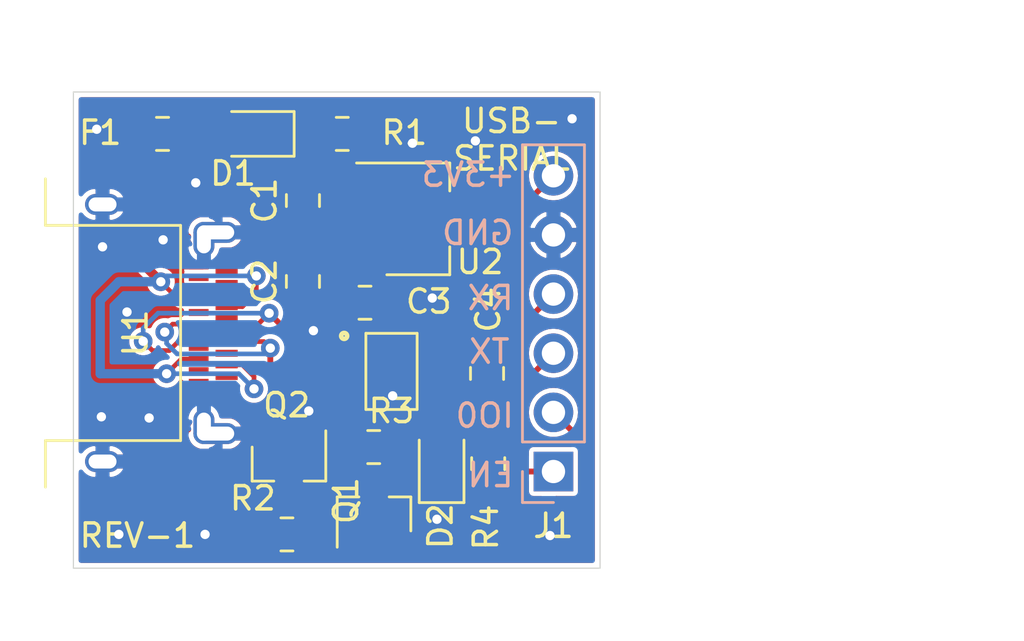
<source format=kicad_pcb>
(kicad_pcb (version 20171130) (host pcbnew "(5.1.4)-1")

  (general
    (thickness 1.6)
    (drawings 12)
    (tracks 150)
    (zones 0)
    (modules 17)
    (nets 30)
  )

  (page A4)
  (layers
    (0 F.Cu signal)
    (31 B.Cu signal)
    (32 B.Adhes user)
    (33 F.Adhes user)
    (34 B.Paste user)
    (35 F.Paste user)
    (36 B.SilkS user)
    (37 F.SilkS user)
    (38 B.Mask user)
    (39 F.Mask user)
    (40 Dwgs.User user)
    (41 Cmts.User user)
    (42 Eco1.User user)
    (43 Eco2.User user)
    (44 Edge.Cuts user)
    (45 Margin user)
    (46 B.CrtYd user)
    (47 F.CrtYd user)
    (48 B.Fab user)
    (49 F.Fab user hide)
  )

  (setup
    (last_trace_width 0.25)
    (user_trace_width 0.15)
    (user_trace_width 0.2)
    (user_trace_width 0.3)
    (user_trace_width 0.4)
    (trace_clearance 0.2)
    (zone_clearance 0.2)
    (zone_45_only no)
    (trace_min 0.15)
    (via_size 0.8)
    (via_drill 0.4)
    (via_min_size 0.4)
    (via_min_drill 0.3)
    (uvia_size 0.3)
    (uvia_drill 0.1)
    (uvias_allowed no)
    (uvia_min_size 0.2)
    (uvia_min_drill 0.1)
    (edge_width 0.05)
    (segment_width 0.2)
    (pcb_text_width 0.3)
    (pcb_text_size 1.5 1.5)
    (mod_edge_width 0.12)
    (mod_text_size 1 1)
    (mod_text_width 0.15)
    (pad_size 1.524 1.524)
    (pad_drill 0.762)
    (pad_to_mask_clearance 0.051)
    (solder_mask_min_width 0.25)
    (aux_axis_origin 0 0)
    (visible_elements 7FFFFFFF)
    (pcbplotparams
      (layerselection 0x010fc_ffffffff)
      (usegerberextensions false)
      (usegerberattributes false)
      (usegerberadvancedattributes false)
      (creategerberjobfile false)
      (excludeedgelayer true)
      (linewidth 0.100000)
      (plotframeref false)
      (viasonmask false)
      (mode 1)
      (useauxorigin false)
      (hpglpennumber 1)
      (hpglpenspeed 20)
      (hpglpendiameter 15.000000)
      (psnegative false)
      (psa4output false)
      (plotreference true)
      (plotvalue true)
      (plotinvisibletext false)
      (padsonsilk false)
      (subtractmaskfromsilk false)
      (outputformat 1)
      (mirror false)
      (drillshape 0)
      (scaleselection 1)
      (outputdirectory "gerbers/"))
  )

  (net 0 "")
  (net 1 +5V)
  (net 2 /VCC)
  (net 3 GND)
  (net 4 "Net-(U1-PadB11)")
  (net 5 "Net-(U1-PadB10)")
  (net 6 "Net-(U1-PadB8)")
  (net 7 "Net-(U1-PadB5)")
  (net 8 "Net-(U1-PadB3)")
  (net 9 "Net-(U1-PadB2)")
  (net 10 "Net-(U1-PadA2)")
  (net 11 "Net-(U1-PadA3)")
  (net 12 "Net-(U1-PadA5)")
  (net 13 /D+)
  (net 14 /D-)
  (net 15 "Net-(U1-PadA8)")
  (net 16 "Net-(U1-PadA10)")
  (net 17 "Net-(U1-PadA11)")
  (net 18 +3V3)
  (net 19 "Net-(D1-Pad1)")
  (net 20 "Net-(D2-Pad2)")
  (net 21 "Net-(D2-Pad1)")
  (net 22 /EN)
  (net 23 /IO0)
  (net 24 /TX)
  (net 25 /RX)
  (net 26 "Net-(Q1-Pad1)")
  (net 27 /~CTS)
  (net 28 /~RTS)
  (net 29 "Net-(Q2-Pad1)")

  (net_class Default "This is the default net class."
    (clearance 0.2)
    (trace_width 0.25)
    (via_dia 0.8)
    (via_drill 0.4)
    (uvia_dia 0.3)
    (uvia_drill 0.1)
    (add_net +3V3)
    (add_net +5V)
    (add_net /D+)
    (add_net /D-)
    (add_net /EN)
    (add_net /IO0)
    (add_net /RX)
    (add_net /TX)
    (add_net /VCC)
    (add_net /~CTS)
    (add_net /~RTS)
    (add_net GND)
    (add_net "Net-(D1-Pad1)")
    (add_net "Net-(D2-Pad1)")
    (add_net "Net-(D2-Pad2)")
    (add_net "Net-(Q1-Pad1)")
    (add_net "Net-(Q2-Pad1)")
    (add_net "Net-(U1-PadA10)")
    (add_net "Net-(U1-PadA11)")
    (add_net "Net-(U1-PadA2)")
    (add_net "Net-(U1-PadA3)")
    (add_net "Net-(U1-PadA5)")
    (add_net "Net-(U1-PadA8)")
    (add_net "Net-(U1-PadB10)")
    (add_net "Net-(U1-PadB11)")
    (add_net "Net-(U1-PadB2)")
    (add_net "Net-(U1-PadB3)")
    (add_net "Net-(U1-PadB5)")
    (add_net "Net-(U1-PadB8)")
  )

  (module water-lib:C168692 (layer F.Cu) (tedit 5DDACB4E) (tstamp 5DD9CAA1)
    (at 118 103.85 270)
    (path /5DD9AAB4)
    (fp_text reference U1 (at 0 -1.41 270) (layer F.SilkS)
      (effects (font (size 1 1) (thickness 0.15)))
    )
    (fp_text value C168692 (at -0.15 0.05 270) (layer F.Fab)
      (effects (font (size 1 1) (thickness 0.15)))
    )
    (fp_line (start 6.62 2.45) (end -6.62 2.45) (layer B.CrtYd) (width 0.12))
    (fp_line (start 6.62 -6) (end 6.62 2.45) (layer B.CrtYd) (width 0.12))
    (fp_line (start -6.62 -6) (end 6.62 -6) (layer B.CrtYd) (width 0.12))
    (fp_line (start -6.62 2.45) (end -6.62 -6) (layer B.CrtYd) (width 0.12))
    (fp_line (start -4.62 2.45) (end -6.62 2.45) (layer F.SilkS) (width 0.12))
    (fp_line (start -4.62 -3.35) (end -4.62 2.45) (layer F.SilkS) (width 0.12))
    (fp_line (start 4.62 -3.35) (end -4.62 -3.35) (layer F.SilkS) (width 0.12))
    (fp_line (start 4.62 2.45) (end 4.62 -3.35) (layer F.SilkS) (width 0.12))
    (fp_line (start 6.62 2.45) (end 4.62 2.45) (layer F.SilkS) (width 0.12))
    (pad A12 smd rect (at 2.87 -5.325 270) (size 0.3 0.95) (layers F.Cu F.Paste F.Mask)
      (net 3 GND))
    (pad A11 smd rect (at 2.37 -5.325 270) (size 0.3 0.95) (layers F.Cu F.Paste F.Mask)
      (net 17 "Net-(U1-PadA11)"))
    (pad A10 smd rect (at 1.87 -5.325 270) (size 0.3 0.95) (layers F.Cu F.Paste F.Mask)
      (net 16 "Net-(U1-PadA10)"))
    (pad A9 smd rect (at 1.37 -5.325 270) (size 0.3 0.95) (layers F.Cu F.Paste F.Mask)
      (net 2 /VCC))
    (pad A8 smd rect (at 0.87 -5.325 270) (size 0.3 0.95) (layers F.Cu F.Paste F.Mask)
      (net 15 "Net-(U1-PadA8)"))
    (pad A7 smd rect (at 0.37 -5.325 270) (size 0.3 0.95) (layers F.Cu F.Paste F.Mask)
      (net 14 /D-))
    (pad A6 smd rect (at -0.13 -5.325 270) (size 0.3 0.95) (layers F.Cu F.Paste F.Mask)
      (net 13 /D+))
    (pad A5 smd rect (at -0.63 -5.325 270) (size 0.3 0.95) (layers F.Cu F.Paste F.Mask)
      (net 12 "Net-(U1-PadA5)"))
    (pad A4 smd rect (at -1.13 -5.325 270) (size 0.3 0.95) (layers F.Cu F.Paste F.Mask)
      (net 2 /VCC))
    (pad A3 smd rect (at -1.63 -5.325 270) (size 0.3 0.95) (layers F.Cu F.Paste F.Mask)
      (net 11 "Net-(U1-PadA3)"))
    (pad A2 smd rect (at -2.13 -5.325 270) (size 0.3 0.95) (layers F.Cu F.Paste F.Mask)
      (net 10 "Net-(U1-PadA2)"))
    (pad A1 smd rect (at -2.63 -5.325 270) (size 0.3 0.95) (layers F.Cu F.Paste F.Mask)
      (net 3 GND))
    (pad B1 smd rect (at 2.62 -4.125 270) (size 0.3 0.85) (layers F.Cu F.Paste F.Mask)
      (net 3 GND))
    (pad B2 smd rect (at 2.12 -4.125 270) (size 0.3 0.85) (layers F.Cu F.Paste F.Mask)
      (net 9 "Net-(U1-PadB2)"))
    (pad B3 smd rect (at 1.62 -4.125 270) (size 0.3 0.85) (layers F.Cu F.Paste F.Mask)
      (net 8 "Net-(U1-PadB3)"))
    (pad B4 smd rect (at 1.12 -4.125 270) (size 0.3 0.85) (layers F.Cu F.Paste F.Mask)
      (net 2 /VCC))
    (pad B5 smd rect (at 0.62 -4.125 270) (size 0.3 0.85) (layers F.Cu F.Paste F.Mask)
      (net 7 "Net-(U1-PadB5)"))
    (pad B6 smd rect (at 0.12 -4.125 270) (size 0.3 0.85) (layers F.Cu F.Paste F.Mask)
      (net 13 /D+))
    (pad B7 smd rect (at -0.38 -4.125 270) (size 0.3 0.85) (layers F.Cu F.Paste F.Mask)
      (net 14 /D-))
    (pad B8 smd rect (at -0.88 -4.125 270) (size 0.3 0.85) (layers F.Cu F.Paste F.Mask)
      (net 6 "Net-(U1-PadB8)"))
    (pad B9 smd rect (at -1.38 -4.125 270) (size 0.3 0.85) (layers F.Cu F.Paste F.Mask)
      (net 2 /VCC))
    (pad B10 smd rect (at -1.88 -4.125 270) (size 0.3 0.85) (layers F.Cu F.Paste F.Mask)
      (net 5 "Net-(U1-PadB10)"))
    (pad B11 smd rect (at -2.38 -4.125 270) (size 0.3 0.85) (layers F.Cu F.Paste F.Mask)
      (net 4 "Net-(U1-PadB11)"))
    (pad B12 smd rect (at -2.88 -4.125 270) (size 0.3 0.85) (layers F.Cu F.Paste F.Mask)
      (net 3 GND))
    (pad S3 thru_hole oval (at 4.32 -4.85 270) (size 0.9 1.9) (drill oval 0.6 1.6) (layers *.Cu *.Mask)
      (net 3 GND))
    (pad S2 thru_hole oval (at -4.32 -4.85 270) (size 0.9 1.9) (drill oval 0.6 1.6) (layers *.Cu *.Mask)
      (net 3 GND))
    (pad S3 thru_hole oval (at 4.02 -4.35) (size 0.9 1.5) (drill oval 0.6 1.2) (layers *.Cu *.Mask)
      (net 3 GND))
    (pad S2 thru_hole oval (at -4.02 -4.35) (size 0.9 1.5) (drill oval 0.6 1.2) (layers *.Cu *.Mask)
      (net 3 GND))
    (pad S4 thru_hole oval (at 5.52 0 270) (size 0.9 1.5) (drill oval 0.6 1.2) (layers *.Cu *.Mask)
      (net 3 GND))
    (pad S1 thru_hole oval (at -5.52 0 270) (size 0.9 1.5) (drill oval 0.6 1.2) (layers *.Cu *.Mask)
      (net 3 GND))
    (model ${PROJ}/../main-board/library/3d/usb-c.STEP
      (offset (xyz 0 2 1.5))
      (scale (xyz 1 1 1))
      (rotate (xyz -90 0 0))
    )
  )

  (module water-lib:SMD0805-020-16V (layer F.Cu) (tedit 5DDACB87) (tstamp 5DDB4047)
    (at 120.575 95.3 180)
    (descr "Fuse SMD 0805 (2012 Metric), square (rectangular) end terminal, IPC_7351 nominal with elongated pad for handsoldering. (Body size source: https://docs.google.com/spreadsheets/d/1BsfQQcO9C6DZCsRaXUlFlo91Tg2WpOkGARC1WS5S8t0/edit?usp=sharing), generated with kicad-footprint-generator")
    (tags "resistor handsolder")
    (path /5DDA21CC)
    (attr smd)
    (fp_text reference F1 (at 2.675 0.05) (layer F.SilkS)
      (effects (font (size 1 1) (thickness 0.15)))
    )
    (fp_text value 1206L025YR (at 0 1.65 180) (layer F.Fab) hide
      (effects (font (size 1 1) (thickness 0.15)))
    )
    (fp_text user %R (at 0 0 270) (layer F.Fab)
      (effects (font (size 0.5 0.5) (thickness 0.08)))
    )
    (fp_line (start 1.85 0.95) (end -1.85 0.95) (layer F.CrtYd) (width 0.05))
    (fp_line (start 1.85 -0.95) (end 1.85 0.95) (layer F.CrtYd) (width 0.05))
    (fp_line (start -1.85 -0.95) (end 1.85 -0.95) (layer F.CrtYd) (width 0.05))
    (fp_line (start -1.85 0.95) (end -1.85 -0.95) (layer F.CrtYd) (width 0.05))
    (fp_line (start -0.261252 0.71) (end 0.261252 0.71) (layer F.SilkS) (width 0.12))
    (fp_line (start -0.261252 -0.71) (end 0.261252 -0.71) (layer F.SilkS) (width 0.12))
    (fp_line (start 1 0.6) (end -1 0.6) (layer F.Fab) (width 0.1))
    (fp_line (start 1 -0.6) (end 1 0.6) (layer F.Fab) (width 0.1))
    (fp_line (start -1 -0.6) (end 1 -0.6) (layer F.Fab) (width 0.1))
    (fp_line (start -1 0.6) (end -1 -0.6) (layer F.Fab) (width 0.1))
    (pad 2 smd roundrect (at 1.025 0 180) (size 1.15 1.4) (layers F.Cu F.Paste F.Mask) (roundrect_rratio 0.217391)
      (net 2 /VCC))
    (pad 1 smd roundrect (at -1.025 0 180) (size 1.15 1.4) (layers F.Cu F.Paste F.Mask) (roundrect_rratio 0.217391)
      (net 1 +5V))
    (model ${PROJ}/../main-board/library/3d/SMD0805-020-16V.stp
      (at (xyz 0 0 0))
      (scale (xyz 1 1 1))
      (rotate (xyz 0 0 0))
    )
  )

  (module Capacitor_SMD:C_0805_2012Metric (layer F.Cu) (tedit 5B36C52B) (tstamp 5DD9B724)
    (at 126.6 98.1625 90)
    (descr "Capacitor SMD 0805 (2012 Metric), square (rectangular) end terminal, IPC_7351 nominal, (Body size source: https://docs.google.com/spreadsheets/d/1BsfQQcO9C6DZCsRaXUlFlo91Tg2WpOkGARC1WS5S8t0/edit?usp=sharing), generated with kicad-footprint-generator")
    (tags capacitor)
    (path /5DDBEDDD)
    (attr smd)
    (fp_text reference C1 (at 0 -1.65 90) (layer F.SilkS)
      (effects (font (size 1 1) (thickness 0.15)))
    )
    (fp_text value 10uF (at 0 1.65 90) (layer F.Fab)
      (effects (font (size 1 1) (thickness 0.15)))
    )
    (fp_line (start -1 0.6) (end -1 -0.6) (layer F.Fab) (width 0.1))
    (fp_line (start -1 -0.6) (end 1 -0.6) (layer F.Fab) (width 0.1))
    (fp_line (start 1 -0.6) (end 1 0.6) (layer F.Fab) (width 0.1))
    (fp_line (start 1 0.6) (end -1 0.6) (layer F.Fab) (width 0.1))
    (fp_line (start -0.258578 -0.71) (end 0.258578 -0.71) (layer F.SilkS) (width 0.12))
    (fp_line (start -0.258578 0.71) (end 0.258578 0.71) (layer F.SilkS) (width 0.12))
    (fp_line (start -1.68 0.95) (end -1.68 -0.95) (layer F.CrtYd) (width 0.05))
    (fp_line (start -1.68 -0.95) (end 1.68 -0.95) (layer F.CrtYd) (width 0.05))
    (fp_line (start 1.68 -0.95) (end 1.68 0.95) (layer F.CrtYd) (width 0.05))
    (fp_line (start 1.68 0.95) (end -1.68 0.95) (layer F.CrtYd) (width 0.05))
    (fp_text user %R (at 0 0 90) (layer F.Fab)
      (effects (font (size 0.5 0.5) (thickness 0.08)))
    )
    (pad 1 smd roundrect (at -0.9375 0 90) (size 0.975 1.4) (layers F.Cu F.Paste F.Mask) (roundrect_rratio 0.25)
      (net 1 +5V))
    (pad 2 smd roundrect (at 0.9375 0 90) (size 0.975 1.4) (layers F.Cu F.Paste F.Mask) (roundrect_rratio 0.25)
      (net 3 GND))
    (model ${KISYS3DMOD}/Capacitor_SMD.3dshapes/C_0805_2012Metric.wrl
      (at (xyz 0 0 0))
      (scale (xyz 1 1 1))
      (rotate (xyz 0 0 0))
    )
  )

  (module Capacitor_SMD:C_0805_2012Metric (layer F.Cu) (tedit 5B36C52B) (tstamp 5DD9B735)
    (at 126.6 101.6375 90)
    (descr "Capacitor SMD 0805 (2012 Metric), square (rectangular) end terminal, IPC_7351 nominal, (Body size source: https://docs.google.com/spreadsheets/d/1BsfQQcO9C6DZCsRaXUlFlo91Tg2WpOkGARC1WS5S8t0/edit?usp=sharing), generated with kicad-footprint-generator")
    (tags capacitor)
    (path /5DDBF925)
    (attr smd)
    (fp_text reference C2 (at 0 -1.65 90) (layer F.SilkS)
      (effects (font (size 1 1) (thickness 0.15)))
    )
    (fp_text value 10uF (at 0 1.65 90) (layer F.Fab)
      (effects (font (size 1 1) (thickness 0.15)))
    )
    (fp_text user %R (at 0 0 90) (layer F.Fab)
      (effects (font (size 0.5 0.5) (thickness 0.08)))
    )
    (fp_line (start 1.68 0.95) (end -1.68 0.95) (layer F.CrtYd) (width 0.05))
    (fp_line (start 1.68 -0.95) (end 1.68 0.95) (layer F.CrtYd) (width 0.05))
    (fp_line (start -1.68 -0.95) (end 1.68 -0.95) (layer F.CrtYd) (width 0.05))
    (fp_line (start -1.68 0.95) (end -1.68 -0.95) (layer F.CrtYd) (width 0.05))
    (fp_line (start -0.258578 0.71) (end 0.258578 0.71) (layer F.SilkS) (width 0.12))
    (fp_line (start -0.258578 -0.71) (end 0.258578 -0.71) (layer F.SilkS) (width 0.12))
    (fp_line (start 1 0.6) (end -1 0.6) (layer F.Fab) (width 0.1))
    (fp_line (start 1 -0.6) (end 1 0.6) (layer F.Fab) (width 0.1))
    (fp_line (start -1 -0.6) (end 1 -0.6) (layer F.Fab) (width 0.1))
    (fp_line (start -1 0.6) (end -1 -0.6) (layer F.Fab) (width 0.1))
    (pad 2 smd roundrect (at 0.9375 0 90) (size 0.975 1.4) (layers F.Cu F.Paste F.Mask) (roundrect_rratio 0.25)
      (net 3 GND))
    (pad 1 smd roundrect (at -0.9375 0 90) (size 0.975 1.4) (layers F.Cu F.Paste F.Mask) (roundrect_rratio 0.25)
      (net 18 +3V3))
    (model ${KISYS3DMOD}/Capacitor_SMD.3dshapes/C_0805_2012Metric.wrl
      (at (xyz 0 0 0))
      (scale (xyz 1 1 1))
      (rotate (xyz 0 0 0))
    )
  )

  (module Capacitor_SMD:C_0805_2012Metric (layer F.Cu) (tedit 5B36C52B) (tstamp 5DDB3B85)
    (at 129.2625 102.55 180)
    (descr "Capacitor SMD 0805 (2012 Metric), square (rectangular) end terminal, IPC_7351 nominal, (Body size source: https://docs.google.com/spreadsheets/d/1BsfQQcO9C6DZCsRaXUlFlo91Tg2WpOkGARC1WS5S8t0/edit?usp=sharing), generated with kicad-footprint-generator")
    (tags capacitor)
    (path /5DDCFC61)
    (attr smd)
    (fp_text reference C3 (at -2.7375 0.05) (layer F.SilkS)
      (effects (font (size 1 1) (thickness 0.15)))
    )
    (fp_text value 0.1uF (at 0 1.65) (layer F.Fab)
      (effects (font (size 1 1) (thickness 0.15)))
    )
    (fp_text user %R (at 0 0) (layer F.Fab)
      (effects (font (size 0.5 0.5) (thickness 0.08)))
    )
    (fp_line (start 1.68 0.95) (end -1.68 0.95) (layer F.CrtYd) (width 0.05))
    (fp_line (start 1.68 -0.95) (end 1.68 0.95) (layer F.CrtYd) (width 0.05))
    (fp_line (start -1.68 -0.95) (end 1.68 -0.95) (layer F.CrtYd) (width 0.05))
    (fp_line (start -1.68 0.95) (end -1.68 -0.95) (layer F.CrtYd) (width 0.05))
    (fp_line (start -0.258578 0.71) (end 0.258578 0.71) (layer F.SilkS) (width 0.12))
    (fp_line (start -0.258578 -0.71) (end 0.258578 -0.71) (layer F.SilkS) (width 0.12))
    (fp_line (start 1 0.6) (end -1 0.6) (layer F.Fab) (width 0.1))
    (fp_line (start 1 -0.6) (end 1 0.6) (layer F.Fab) (width 0.1))
    (fp_line (start -1 -0.6) (end 1 -0.6) (layer F.Fab) (width 0.1))
    (fp_line (start -1 0.6) (end -1 -0.6) (layer F.Fab) (width 0.1))
    (pad 2 smd roundrect (at 0.9375 0 180) (size 0.975 1.4) (layers F.Cu F.Paste F.Mask) (roundrect_rratio 0.25)
      (net 18 +3V3))
    (pad 1 smd roundrect (at -0.9375 0 180) (size 0.975 1.4) (layers F.Cu F.Paste F.Mask) (roundrect_rratio 0.25)
      (net 3 GND))
    (model ${KISYS3DMOD}/Capacitor_SMD.3dshapes/C_0805_2012Metric.wrl
      (at (xyz 0 0 0))
      (scale (xyz 1 1 1))
      (rotate (xyz 0 0 0))
    )
  )

  (module Capacitor_SMD:C_0805_2012Metric (layer F.Cu) (tedit 5B36C52B) (tstamp 5DDB3CC9)
    (at 134.5 105.5875 270)
    (descr "Capacitor SMD 0805 (2012 Metric), square (rectangular) end terminal, IPC_7351 nominal, (Body size source: https://docs.google.com/spreadsheets/d/1BsfQQcO9C6DZCsRaXUlFlo91Tg2WpOkGARC1WS5S8t0/edit?usp=sharing), generated with kicad-footprint-generator")
    (tags capacitor)
    (path /5DDC6A4F)
    (attr smd)
    (fp_text reference C4 (at -2.7375 -0.05 90) (layer F.SilkS)
      (effects (font (size 1 1) (thickness 0.15)))
    )
    (fp_text value 0.1uF (at 0 1.65 90) (layer F.Fab)
      (effects (font (size 1 1) (thickness 0.15)))
    )
    (fp_line (start -1 0.6) (end -1 -0.6) (layer F.Fab) (width 0.1))
    (fp_line (start -1 -0.6) (end 1 -0.6) (layer F.Fab) (width 0.1))
    (fp_line (start 1 -0.6) (end 1 0.6) (layer F.Fab) (width 0.1))
    (fp_line (start 1 0.6) (end -1 0.6) (layer F.Fab) (width 0.1))
    (fp_line (start -0.258578 -0.71) (end 0.258578 -0.71) (layer F.SilkS) (width 0.12))
    (fp_line (start -0.258578 0.71) (end 0.258578 0.71) (layer F.SilkS) (width 0.12))
    (fp_line (start -1.68 0.95) (end -1.68 -0.95) (layer F.CrtYd) (width 0.05))
    (fp_line (start -1.68 -0.95) (end 1.68 -0.95) (layer F.CrtYd) (width 0.05))
    (fp_line (start 1.68 -0.95) (end 1.68 0.95) (layer F.CrtYd) (width 0.05))
    (fp_line (start 1.68 0.95) (end -1.68 0.95) (layer F.CrtYd) (width 0.05))
    (fp_text user %R (at 0 0 90) (layer F.Fab)
      (effects (font (size 0.5 0.5) (thickness 0.08)))
    )
    (pad 1 smd roundrect (at -0.9375 0 270) (size 0.975 1.4) (layers F.Cu F.Paste F.Mask) (roundrect_rratio 0.25)
      (net 3 GND))
    (pad 2 smd roundrect (at 0.9375 0 270) (size 0.975 1.4) (layers F.Cu F.Paste F.Mask) (roundrect_rratio 0.25)
      (net 18 +3V3))
    (model ${KISYS3DMOD}/Capacitor_SMD.3dshapes/C_0805_2012Metric.wrl
      (at (xyz 0 0 0))
      (scale (xyz 1 1 1))
      (rotate (xyz 0 0 0))
    )
  )

  (module LED_SMD:LED_0805_2012Metric (layer F.Cu) (tedit 5B36C52C) (tstamp 5DD9B76A)
    (at 124.5375 95.3 180)
    (descr "LED SMD 0805 (2012 Metric), square (rectangular) end terminal, IPC_7351 nominal, (Body size source: https://docs.google.com/spreadsheets/d/1BsfQQcO9C6DZCsRaXUlFlo91Tg2WpOkGARC1WS5S8t0/edit?usp=sharing), generated with kicad-footprint-generator")
    (tags diode)
    (path /5DDB49AD)
    (attr smd)
    (fp_text reference D1 (at 0.9375 -1.7 180) (layer F.SilkS)
      (effects (font (size 1 1) (thickness 0.15)))
    )
    (fp_text value RED (at 0 1.65) (layer F.Fab)
      (effects (font (size 1 1) (thickness 0.15)))
    )
    (fp_line (start 1 -0.6) (end -0.7 -0.6) (layer F.Fab) (width 0.1))
    (fp_line (start -0.7 -0.6) (end -1 -0.3) (layer F.Fab) (width 0.1))
    (fp_line (start -1 -0.3) (end -1 0.6) (layer F.Fab) (width 0.1))
    (fp_line (start -1 0.6) (end 1 0.6) (layer F.Fab) (width 0.1))
    (fp_line (start 1 0.6) (end 1 -0.6) (layer F.Fab) (width 0.1))
    (fp_line (start 1 -0.96) (end -1.685 -0.96) (layer F.SilkS) (width 0.12))
    (fp_line (start -1.685 -0.96) (end -1.685 0.96) (layer F.SilkS) (width 0.12))
    (fp_line (start -1.685 0.96) (end 1 0.96) (layer F.SilkS) (width 0.12))
    (fp_line (start -1.68 0.95) (end -1.68 -0.95) (layer F.CrtYd) (width 0.05))
    (fp_line (start -1.68 -0.95) (end 1.68 -0.95) (layer F.CrtYd) (width 0.05))
    (fp_line (start 1.68 -0.95) (end 1.68 0.95) (layer F.CrtYd) (width 0.05))
    (fp_line (start 1.68 0.95) (end -1.68 0.95) (layer F.CrtYd) (width 0.05))
    (fp_text user %R (at 0 0) (layer F.Fab)
      (effects (font (size 0.5 0.5) (thickness 0.08)))
    )
    (pad 1 smd roundrect (at -0.9375 0 180) (size 0.975 1.4) (layers F.Cu F.Paste F.Mask) (roundrect_rratio 0.25)
      (net 19 "Net-(D1-Pad1)"))
    (pad 2 smd roundrect (at 0.9375 0 180) (size 0.975 1.4) (layers F.Cu F.Paste F.Mask) (roundrect_rratio 0.25)
      (net 1 +5V))
    (model ${KISYS3DMOD}/LED_SMD.3dshapes/LED_0805_2012Metric.wrl
      (at (xyz 0 0 0))
      (scale (xyz 1 1 1))
      (rotate (xyz 0 0 0))
    )
  )

  (module LED_SMD:LED_0805_2012Metric (layer F.Cu) (tedit 5B36C52C) (tstamp 5DD9B77D)
    (at 132.55 109.45 90)
    (descr "LED SMD 0805 (2012 Metric), square (rectangular) end terminal, IPC_7351 nominal, (Body size source: https://docs.google.com/spreadsheets/d/1BsfQQcO9C6DZCsRaXUlFlo91Tg2WpOkGARC1WS5S8t0/edit?usp=sharing), generated with kicad-footprint-generator")
    (tags diode)
    (path /5DDDD845)
    (attr smd)
    (fp_text reference D2 (at -2.7 -0.05 90) (layer F.SilkS)
      (effects (font (size 1 1) (thickness 0.15)))
    )
    (fp_text value BLUE (at 0 1.65 90) (layer F.Fab)
      (effects (font (size 1 1) (thickness 0.15)))
    )
    (fp_text user %R (at 0 0 90) (layer F.Fab)
      (effects (font (size 0.5 0.5) (thickness 0.08)))
    )
    (fp_line (start 1.68 0.95) (end -1.68 0.95) (layer F.CrtYd) (width 0.05))
    (fp_line (start 1.68 -0.95) (end 1.68 0.95) (layer F.CrtYd) (width 0.05))
    (fp_line (start -1.68 -0.95) (end 1.68 -0.95) (layer F.CrtYd) (width 0.05))
    (fp_line (start -1.68 0.95) (end -1.68 -0.95) (layer F.CrtYd) (width 0.05))
    (fp_line (start -1.685 0.96) (end 1 0.96) (layer F.SilkS) (width 0.12))
    (fp_line (start -1.685 -0.96) (end -1.685 0.96) (layer F.SilkS) (width 0.12))
    (fp_line (start 1 -0.96) (end -1.685 -0.96) (layer F.SilkS) (width 0.12))
    (fp_line (start 1 0.6) (end 1 -0.6) (layer F.Fab) (width 0.1))
    (fp_line (start -1 0.6) (end 1 0.6) (layer F.Fab) (width 0.1))
    (fp_line (start -1 -0.3) (end -1 0.6) (layer F.Fab) (width 0.1))
    (fp_line (start -0.7 -0.6) (end -1 -0.3) (layer F.Fab) (width 0.1))
    (fp_line (start 1 -0.6) (end -0.7 -0.6) (layer F.Fab) (width 0.1))
    (pad 2 smd roundrect (at 0.9375 0 90) (size 0.975 1.4) (layers F.Cu F.Paste F.Mask) (roundrect_rratio 0.25)
      (net 20 "Net-(D2-Pad2)"))
    (pad 1 smd roundrect (at -0.9375 0 90) (size 0.975 1.4) (layers F.Cu F.Paste F.Mask) (roundrect_rratio 0.25)
      (net 21 "Net-(D2-Pad1)"))
    (model ${KISYS3DMOD}/LED_SMD.3dshapes/LED_0805_2012Metric.wrl
      (at (xyz 0 0 0))
      (scale (xyz 1 1 1))
      (rotate (xyz 0 0 0))
    )
  )

  (module Package_TO_SOT_SMD:SOT-23 (layer F.Cu) (tedit 5A02FF57) (tstamp 5DD9B7F8)
    (at 129.65 111.65 90)
    (descr "SOT-23, Standard")
    (tags SOT-23)
    (path /5DDF7EAE)
    (attr smd)
    (fp_text reference Q1 (at 0.6 -1.2 270) (layer F.SilkS)
      (effects (font (size 1 1) (thickness 0.15)))
    )
    (fp_text value Q_NPN_BCE (at 0 2.5 90) (layer F.Fab)
      (effects (font (size 1 1) (thickness 0.15)))
    )
    (fp_text user %R (at 0 0) (layer F.Fab)
      (effects (font (size 0.5 0.5) (thickness 0.075)))
    )
    (fp_line (start -0.7 -0.95) (end -0.7 1.5) (layer F.Fab) (width 0.1))
    (fp_line (start -0.15 -1.52) (end 0.7 -1.52) (layer F.Fab) (width 0.1))
    (fp_line (start -0.7 -0.95) (end -0.15 -1.52) (layer F.Fab) (width 0.1))
    (fp_line (start 0.7 -1.52) (end 0.7 1.52) (layer F.Fab) (width 0.1))
    (fp_line (start -0.7 1.52) (end 0.7 1.52) (layer F.Fab) (width 0.1))
    (fp_line (start 0.76 1.58) (end 0.76 0.65) (layer F.SilkS) (width 0.12))
    (fp_line (start 0.76 -1.58) (end 0.76 -0.65) (layer F.SilkS) (width 0.12))
    (fp_line (start -1.7 -1.75) (end 1.7 -1.75) (layer F.CrtYd) (width 0.05))
    (fp_line (start 1.7 -1.75) (end 1.7 1.75) (layer F.CrtYd) (width 0.05))
    (fp_line (start 1.7 1.75) (end -1.7 1.75) (layer F.CrtYd) (width 0.05))
    (fp_line (start -1.7 1.75) (end -1.7 -1.75) (layer F.CrtYd) (width 0.05))
    (fp_line (start 0.76 -1.58) (end -1.4 -1.58) (layer F.SilkS) (width 0.12))
    (fp_line (start 0.76 1.58) (end -0.7 1.58) (layer F.SilkS) (width 0.12))
    (pad 1 smd rect (at -1 -0.95 90) (size 0.9 0.8) (layers F.Cu F.Paste F.Mask)
      (net 26 "Net-(Q1-Pad1)"))
    (pad 2 smd rect (at -1 0.95 90) (size 0.9 0.8) (layers F.Cu F.Paste F.Mask)
      (net 23 /IO0))
    (pad 3 smd rect (at 1 0 90) (size 0.9 0.8) (layers F.Cu F.Paste F.Mask)
      (net 27 /~CTS))
    (model ${KISYS3DMOD}/Package_TO_SOT_SMD.3dshapes/SOT-23.wrl
      (at (xyz 0 0 0))
      (scale (xyz 1 1 1))
      (rotate (xyz 0 0 0))
    )
  )

  (module Package_TO_SOT_SMD:SOT-23 (layer F.Cu) (tedit 5A02FF57) (tstamp 5DDB2E13)
    (at 126 109.45 270)
    (descr "SOT-23, Standard")
    (tags SOT-23)
    (path /5DE0BF64)
    (attr smd)
    (fp_text reference Q2 (at -2.5 0.1 180) (layer F.SilkS)
      (effects (font (size 1 1) (thickness 0.15)))
    )
    (fp_text value Q_NPN_BCE (at 0 2.5 90) (layer F.Fab)
      (effects (font (size 1 1) (thickness 0.15)))
    )
    (fp_line (start 0.76 1.58) (end -0.7 1.58) (layer F.SilkS) (width 0.12))
    (fp_line (start 0.76 -1.58) (end -1.4 -1.58) (layer F.SilkS) (width 0.12))
    (fp_line (start -1.7 1.75) (end -1.7 -1.75) (layer F.CrtYd) (width 0.05))
    (fp_line (start 1.7 1.75) (end -1.7 1.75) (layer F.CrtYd) (width 0.05))
    (fp_line (start 1.7 -1.75) (end 1.7 1.75) (layer F.CrtYd) (width 0.05))
    (fp_line (start -1.7 -1.75) (end 1.7 -1.75) (layer F.CrtYd) (width 0.05))
    (fp_line (start 0.76 -1.58) (end 0.76 -0.65) (layer F.SilkS) (width 0.12))
    (fp_line (start 0.76 1.58) (end 0.76 0.65) (layer F.SilkS) (width 0.12))
    (fp_line (start -0.7 1.52) (end 0.7 1.52) (layer F.Fab) (width 0.1))
    (fp_line (start 0.7 -1.52) (end 0.7 1.52) (layer F.Fab) (width 0.1))
    (fp_line (start -0.7 -0.95) (end -0.15 -1.52) (layer F.Fab) (width 0.1))
    (fp_line (start -0.15 -1.52) (end 0.7 -1.52) (layer F.Fab) (width 0.1))
    (fp_line (start -0.7 -0.95) (end -0.7 1.5) (layer F.Fab) (width 0.1))
    (fp_text user %R (at 0 0) (layer F.Fab)
      (effects (font (size 0.5 0.5) (thickness 0.075)))
    )
    (pad 3 smd rect (at 1 0 270) (size 0.9 0.8) (layers F.Cu F.Paste F.Mask)
      (net 22 /EN))
    (pad 2 smd rect (at -1 0.95 270) (size 0.9 0.8) (layers F.Cu F.Paste F.Mask)
      (net 28 /~RTS))
    (pad 1 smd rect (at -1 -0.95 270) (size 0.9 0.8) (layers F.Cu F.Paste F.Mask)
      (net 29 "Net-(Q2-Pad1)"))
    (model ${KISYS3DMOD}/Package_TO_SOT_SMD.3dshapes/SOT-23.wrl
      (at (xyz 0 0 0))
      (scale (xyz 1 1 1))
      (rotate (xyz 0 0 0))
    )
  )

  (module Resistor_SMD:R_0805_2012Metric (layer F.Cu) (tedit 5B36C52B) (tstamp 5DD9B81E)
    (at 128.2875 95.3 180)
    (descr "Resistor SMD 0805 (2012 Metric), square (rectangular) end terminal, IPC_7351 nominal, (Body size source: https://docs.google.com/spreadsheets/d/1BsfQQcO9C6DZCsRaXUlFlo91Tg2WpOkGARC1WS5S8t0/edit?usp=sharing), generated with kicad-footprint-generator")
    (tags resistor)
    (path /5DDB6D89)
    (attr smd)
    (fp_text reference R1 (at -2.6625 0.05) (layer F.SilkS)
      (effects (font (size 1 1) (thickness 0.15)))
    )
    (fp_text value 1k (at 0 1.65) (layer F.Fab)
      (effects (font (size 1 1) (thickness 0.15)))
    )
    (fp_line (start -1 0.6) (end -1 -0.6) (layer F.Fab) (width 0.1))
    (fp_line (start -1 -0.6) (end 1 -0.6) (layer F.Fab) (width 0.1))
    (fp_line (start 1 -0.6) (end 1 0.6) (layer F.Fab) (width 0.1))
    (fp_line (start 1 0.6) (end -1 0.6) (layer F.Fab) (width 0.1))
    (fp_line (start -0.258578 -0.71) (end 0.258578 -0.71) (layer F.SilkS) (width 0.12))
    (fp_line (start -0.258578 0.71) (end 0.258578 0.71) (layer F.SilkS) (width 0.12))
    (fp_line (start -1.68 0.95) (end -1.68 -0.95) (layer F.CrtYd) (width 0.05))
    (fp_line (start -1.68 -0.95) (end 1.68 -0.95) (layer F.CrtYd) (width 0.05))
    (fp_line (start 1.68 -0.95) (end 1.68 0.95) (layer F.CrtYd) (width 0.05))
    (fp_line (start 1.68 0.95) (end -1.68 0.95) (layer F.CrtYd) (width 0.05))
    (fp_text user %R (at 0 0) (layer F.Fab)
      (effects (font (size 0.5 0.5) (thickness 0.08)))
    )
    (pad 1 smd roundrect (at -0.9375 0 180) (size 0.975 1.4) (layers F.Cu F.Paste F.Mask) (roundrect_rratio 0.25)
      (net 3 GND))
    (pad 2 smd roundrect (at 0.9375 0 180) (size 0.975 1.4) (layers F.Cu F.Paste F.Mask) (roundrect_rratio 0.25)
      (net 19 "Net-(D1-Pad1)"))
    (model ${KISYS3DMOD}/Resistor_SMD.3dshapes/R_0805_2012Metric.wrl
      (at (xyz 0 0 0))
      (scale (xyz 1 1 1))
      (rotate (xyz 0 0 0))
    )
  )

  (module Resistor_SMD:R_0805_2012Metric (layer F.Cu) (tedit 5B36C52B) (tstamp 5DD9B82F)
    (at 125.9125 112.5)
    (descr "Resistor SMD 0805 (2012 Metric), square (rectangular) end terminal, IPC_7351 nominal, (Body size source: https://docs.google.com/spreadsheets/d/1BsfQQcO9C6DZCsRaXUlFlo91Tg2WpOkGARC1WS5S8t0/edit?usp=sharing), generated with kicad-footprint-generator")
    (tags resistor)
    (path /5DDF6A2E)
    (attr smd)
    (fp_text reference R2 (at -1.4625 -1.55) (layer F.SilkS)
      (effects (font (size 1 1) (thickness 0.15)))
    )
    (fp_text value 10k (at 0 1.65) (layer F.Fab)
      (effects (font (size 1 1) (thickness 0.15)))
    )
    (fp_line (start -1 0.6) (end -1 -0.6) (layer F.Fab) (width 0.1))
    (fp_line (start -1 -0.6) (end 1 -0.6) (layer F.Fab) (width 0.1))
    (fp_line (start 1 -0.6) (end 1 0.6) (layer F.Fab) (width 0.1))
    (fp_line (start 1 0.6) (end -1 0.6) (layer F.Fab) (width 0.1))
    (fp_line (start -0.258578 -0.71) (end 0.258578 -0.71) (layer F.SilkS) (width 0.12))
    (fp_line (start -0.258578 0.71) (end 0.258578 0.71) (layer F.SilkS) (width 0.12))
    (fp_line (start -1.68 0.95) (end -1.68 -0.95) (layer F.CrtYd) (width 0.05))
    (fp_line (start -1.68 -0.95) (end 1.68 -0.95) (layer F.CrtYd) (width 0.05))
    (fp_line (start 1.68 -0.95) (end 1.68 0.95) (layer F.CrtYd) (width 0.05))
    (fp_line (start 1.68 0.95) (end -1.68 0.95) (layer F.CrtYd) (width 0.05))
    (fp_text user %R (at 0 0) (layer F.Fab)
      (effects (font (size 0.5 0.5) (thickness 0.08)))
    )
    (pad 1 smd roundrect (at -0.9375 0) (size 0.975 1.4) (layers F.Cu F.Paste F.Mask) (roundrect_rratio 0.25)
      (net 28 /~RTS))
    (pad 2 smd roundrect (at 0.9375 0) (size 0.975 1.4) (layers F.Cu F.Paste F.Mask) (roundrect_rratio 0.25)
      (net 26 "Net-(Q1-Pad1)"))
    (model ${KISYS3DMOD}/Resistor_SMD.3dshapes/R_0805_2012Metric.wrl
      (at (xyz 0 0 0))
      (scale (xyz 1 1 1))
      (rotate (xyz 0 0 0))
    )
  )

  (module Resistor_SMD:R_0805_2012Metric (layer F.Cu) (tedit 5B36C52B) (tstamp 5DDB5C47)
    (at 129.6375 108.75 180)
    (descr "Resistor SMD 0805 (2012 Metric), square (rectangular) end terminal, IPC_7351 nominal, (Body size source: https://docs.google.com/spreadsheets/d/1BsfQQcO9C6DZCsRaXUlFlo91Tg2WpOkGARC1WS5S8t0/edit?usp=sharing), generated with kicad-footprint-generator")
    (tags resistor)
    (path /5DDF756E)
    (attr smd)
    (fp_text reference R3 (at -0.7625 1.55) (layer F.SilkS)
      (effects (font (size 1 1) (thickness 0.15)))
    )
    (fp_text value 10k (at 0 1.65) (layer F.Fab)
      (effects (font (size 1 1) (thickness 0.15)))
    )
    (fp_text user %R (at 0 0) (layer F.Fab)
      (effects (font (size 0.5 0.5) (thickness 0.08)))
    )
    (fp_line (start 1.68 0.95) (end -1.68 0.95) (layer F.CrtYd) (width 0.05))
    (fp_line (start 1.68 -0.95) (end 1.68 0.95) (layer F.CrtYd) (width 0.05))
    (fp_line (start -1.68 -0.95) (end 1.68 -0.95) (layer F.CrtYd) (width 0.05))
    (fp_line (start -1.68 0.95) (end -1.68 -0.95) (layer F.CrtYd) (width 0.05))
    (fp_line (start -0.258578 0.71) (end 0.258578 0.71) (layer F.SilkS) (width 0.12))
    (fp_line (start -0.258578 -0.71) (end 0.258578 -0.71) (layer F.SilkS) (width 0.12))
    (fp_line (start 1 0.6) (end -1 0.6) (layer F.Fab) (width 0.1))
    (fp_line (start 1 -0.6) (end 1 0.6) (layer F.Fab) (width 0.1))
    (fp_line (start -1 -0.6) (end 1 -0.6) (layer F.Fab) (width 0.1))
    (fp_line (start -1 0.6) (end -1 -0.6) (layer F.Fab) (width 0.1))
    (pad 2 smd roundrect (at 0.9375 0 180) (size 0.975 1.4) (layers F.Cu F.Paste F.Mask) (roundrect_rratio 0.25)
      (net 29 "Net-(Q2-Pad1)"))
    (pad 1 smd roundrect (at -0.9375 0 180) (size 0.975 1.4) (layers F.Cu F.Paste F.Mask) (roundrect_rratio 0.25)
      (net 27 /~CTS))
    (model ${KISYS3DMOD}/Resistor_SMD.3dshapes/R_0805_2012Metric.wrl
      (at (xyz 0 0 0))
      (scale (xyz 1 1 1))
      (rotate (xyz 0 0 0))
    )
  )

  (module Resistor_SMD:R_0805_2012Metric (layer F.Cu) (tedit 5B36C52B) (tstamp 5DD9B851)
    (at 134.55 109.4625 270)
    (descr "Resistor SMD 0805 (2012 Metric), square (rectangular) end terminal, IPC_7351 nominal, (Body size source: https://docs.google.com/spreadsheets/d/1BsfQQcO9C6DZCsRaXUlFlo91Tg2WpOkGARC1WS5S8t0/edit?usp=sharing), generated with kicad-footprint-generator")
    (tags resistor)
    (path /5DDDD84B)
    (attr smd)
    (fp_text reference R4 (at 2.7375 0.1 270) (layer F.SilkS)
      (effects (font (size 1 1) (thickness 0.15)))
    )
    (fp_text value 1k (at 0 1.65 90) (layer F.Fab)
      (effects (font (size 1 1) (thickness 0.15)))
    )
    (fp_text user %R (at 0 0 90) (layer F.Fab)
      (effects (font (size 0.5 0.5) (thickness 0.08)))
    )
    (fp_line (start 1.68 0.95) (end -1.68 0.95) (layer F.CrtYd) (width 0.05))
    (fp_line (start 1.68 -0.95) (end 1.68 0.95) (layer F.CrtYd) (width 0.05))
    (fp_line (start -1.68 -0.95) (end 1.68 -0.95) (layer F.CrtYd) (width 0.05))
    (fp_line (start -1.68 0.95) (end -1.68 -0.95) (layer F.CrtYd) (width 0.05))
    (fp_line (start -0.258578 0.71) (end 0.258578 0.71) (layer F.SilkS) (width 0.12))
    (fp_line (start -0.258578 -0.71) (end 0.258578 -0.71) (layer F.SilkS) (width 0.12))
    (fp_line (start 1 0.6) (end -1 0.6) (layer F.Fab) (width 0.1))
    (fp_line (start 1 -0.6) (end 1 0.6) (layer F.Fab) (width 0.1))
    (fp_line (start -1 -0.6) (end 1 -0.6) (layer F.Fab) (width 0.1))
    (fp_line (start -1 0.6) (end -1 -0.6) (layer F.Fab) (width 0.1))
    (pad 2 smd roundrect (at 0.9375 0 270) (size 0.975 1.4) (layers F.Cu F.Paste F.Mask) (roundrect_rratio 0.25)
      (net 21 "Net-(D2-Pad1)"))
    (pad 1 smd roundrect (at -0.9375 0 270) (size 0.975 1.4) (layers F.Cu F.Paste F.Mask) (roundrect_rratio 0.25)
      (net 3 GND))
    (model ${KISYS3DMOD}/Resistor_SMD.3dshapes/R_0805_2012Metric.wrl
      (at (xyz 0 0 0))
      (scale (xyz 1 1 1))
      (rotate (xyz 0 0 0))
    )
  )

  (module Package_TO_SOT_SMD:SOT-89-3_Handsoldering (layer F.Cu) (tedit 5A02FF57) (tstamp 5DD9B868)
    (at 131.12 98.95)
    (descr "SOT-89-3 Handsoldering")
    (tags "SOT-89-3 Handsoldering")
    (path /5DDBD65C)
    (attr smd)
    (fp_text reference U2 (at 3.08 1.85) (layer F.SilkS)
      (effects (font (size 1 1) (thickness 0.15)))
    )
    (fp_text value HT7333-A (at 0.5 3.15) (layer F.Fab)
      (effects (font (size 1 1) (thickness 0.15)))
    )
    (fp_text user %R (at 0.38 0 90) (layer F.Fab)
      (effects (font (size 0.6 0.6) (thickness 0.09)))
    )
    (fp_line (start -3.5 2.55) (end 4.25 2.55) (layer F.CrtYd) (width 0.05))
    (fp_line (start 4.25 2.55) (end 4.25 -2.55) (layer F.CrtYd) (width 0.05))
    (fp_line (start 4.25 -2.55) (end -3.5 -2.55) (layer F.CrtYd) (width 0.05))
    (fp_line (start -3.5 -2.55) (end -3.5 2.55) (layer F.CrtYd) (width 0.05))
    (fp_line (start 1.78 1.2) (end 1.78 2.4) (layer F.SilkS) (width 0.12))
    (fp_line (start 1.78 2.4) (end -0.92 2.4) (layer F.SilkS) (width 0.12))
    (fp_line (start -2.22 -2.4) (end 1.78 -2.4) (layer F.SilkS) (width 0.12))
    (fp_line (start 1.78 -2.4) (end 1.78 -1.2) (layer F.SilkS) (width 0.12))
    (fp_line (start -0.92 -1.51) (end -0.13 -2.3) (layer F.Fab) (width 0.1))
    (fp_line (start 1.68 -2.3) (end 1.68 2.3) (layer F.Fab) (width 0.1))
    (fp_line (start 1.68 2.3) (end -0.92 2.3) (layer F.Fab) (width 0.1))
    (fp_line (start -0.92 2.3) (end -0.92 -1.51) (layer F.Fab) (width 0.1))
    (fp_line (start -0.13 -2.3) (end 1.68 -2.3) (layer F.Fab) (width 0.1))
    (pad 1 smd rect (at -1.98 -1.5 270) (size 1 2.5) (layers F.Cu F.Paste F.Mask)
      (net 3 GND))
    (pad 2 smd rect (at -1.98 0 270) (size 1 2.5) (layers F.Cu F.Paste F.Mask)
      (net 1 +5V))
    (pad 3 smd rect (at -1.98 1.5 270) (size 1 2.5) (layers F.Cu F.Paste F.Mask)
      (net 18 +3V3))
    (pad 2 smd rect (at 1.98 0 270) (size 2 4) (layers F.Cu F.Paste F.Mask)
      (net 1 +5V))
    (pad 2 smd trapezoid (at -0.37 0 90) (size 1.5 0.75) (rect_delta 0 0.5 ) (layers F.Cu F.Paste F.Mask)
      (net 1 +5V))
    (model ${KISYS3DMOD}/Package_TO_SOT_SMD.3dshapes/SOT-89-3.wrl
      (at (xyz 0 0 0))
      (scale (xyz 1 1 1))
      (rotate (xyz 0 0 0))
    )
  )

  (module water-lib:CH340E-MSOP-10 (layer F.Cu) (tedit 5D94A740) (tstamp 5DD9B885)
    (at 130.4 105.5 270)
    (path /5DDC5875)
    (attr smd)
    (fp_text reference U3 (at -0.05 0) (layer F.SilkS) hide
      (effects (font (size 0.8 0.8) (thickness 0.15)))
    )
    (fp_text value CH340E (at 0 3.683 90) (layer F.Fab)
      (effects (font (size 1 1) (thickness 0.15)))
    )
    (fp_line (start -1.635 1.1) (end -1.635 -1.1) (layer F.SilkS) (width 0.12))
    (fp_line (start -1.635 -1.1) (end 1.635 -1.1) (layer F.SilkS) (width 0.12))
    (fp_line (start 1.635 -1.1) (end 1.635 1.1) (layer F.SilkS) (width 0.12))
    (fp_line (start 1.635 1.1) (end -1.635 1.1) (layer F.SilkS) (width 0.12))
    (fp_line (start -1.775 -2.9) (end 1.775 -2.9) (layer F.CrtYd) (width 0.05))
    (fp_line (start 1.775 -2.9) (end 1.775 2.9) (layer F.CrtYd) (width 0.05))
    (fp_line (start 1.775 2.9) (end -1.775 2.9) (layer F.CrtYd) (width 0.05))
    (fp_line (start -1.775 2.9) (end -1.775 -2.9) (layer F.CrtYd) (width 0.05))
    (fp_line (start -1.525 -1.525) (end 1.525 -1.525) (layer F.Fab) (width 0.1))
    (fp_line (start -1.525 -1.525) (end -1.525 1.525) (layer F.Fab) (width 0.1))
    (fp_line (start 1.525 1.525) (end -1.525 1.525) (layer F.Fab) (width 0.1))
    (fp_line (start 1.525 1.525) (end 1.525 -1.525) (layer F.Fab) (width 0.1))
    (fp_circle (center -1.143 1.143) (end -1.016 1.143) (layer F.Fab) (width 0.2))
    (fp_circle (center -1.524 2.032) (end -1.397 2.032) (layer F.SilkS) (width 0.2))
    (fp_text user %R (at 0 0) (layer F.Fab)
      (effects (font (size 0.6 0.6) (thickness 0.15)))
    )
    (pad 10 smd rect (at -1 -1.975 270) (size 0.3 1.35) (layers F.Cu F.Paste F.Mask)
      (net 18 +3V3))
    (pad 1 smd rect (at -1 1.975 270) (size 0.3 1.35) (layers F.Cu F.Paste F.Mask)
      (net 13 /D+))
    (pad 9 smd rect (at -0.5 -1.975 270) (size 0.3 1.35) (layers F.Cu F.Paste F.Mask)
      (net 25 /RX))
    (pad 2 smd rect (at -0.5 1.975 270) (size 0.3 1.35) (layers F.Cu F.Paste F.Mask)
      (net 14 /D-))
    (pad 8 smd rect (at 0 -1.975 270) (size 0.3 1.35) (layers F.Cu F.Paste F.Mask)
      (net 24 /TX))
    (pad 3 smd rect (at 0 1.975 270) (size 0.3 1.35) (layers F.Cu F.Paste F.Mask)
      (net 3 GND))
    (pad 7 smd rect (at 0.5 -1.975 270) (size 0.3 1.35) (layers F.Cu F.Paste F.Mask)
      (net 18 +3V3))
    (pad 4 smd rect (at 0.5 1.975 270) (size 0.3 1.35) (layers F.Cu F.Paste F.Mask)
      (net 28 /~RTS))
    (pad 5 smd rect (at 1 1.975 270) (size 0.3 1.35) (layers F.Cu F.Paste F.Mask)
      (net 27 /~CTS))
    (pad 6 smd rect (at 1 -1.975 270) (size 0.3 1.35) (layers F.Cu F.Paste F.Mask)
      (net 20 "Net-(D2-Pad2)"))
    (model ${KISYS3DMOD}/Package_SO.3dshapes/MSOP-10_3x3mm_P0.5mm.step
      (at (xyz 0 0 0))
      (scale (xyz 1 1 1))
      (rotate (xyz 0 0 -90))
    )
  )

  (module Connector_PinHeader_2.54mm:PinHeader_1x06_P2.54mm_Vertical (layer B.Cu) (tedit 59FED5CC) (tstamp 5DDAD8F1)
    (at 137.35 109.8)
    (descr "Through hole straight pin header, 1x06, 2.54mm pitch, single row")
    (tags "Through hole pin header THT 1x06 2.54mm single row")
    (path /5DE11A19)
    (fp_text reference J1 (at 0 2.33) (layer F.SilkS)
      (effects (font (size 1 1) (thickness 0.15)))
    )
    (fp_text value Conn_01x06_Male (at 2.8 -6.35 90) (layer B.Fab)
      (effects (font (size 1 1) (thickness 0.15)) (justify mirror))
    )
    (fp_line (start -0.635 1.27) (end 1.27 1.27) (layer B.Fab) (width 0.1))
    (fp_line (start 1.27 1.27) (end 1.27 -13.97) (layer B.Fab) (width 0.1))
    (fp_line (start 1.27 -13.97) (end -1.27 -13.97) (layer B.Fab) (width 0.1))
    (fp_line (start -1.27 -13.97) (end -1.27 0.635) (layer B.Fab) (width 0.1))
    (fp_line (start -1.27 0.635) (end -0.635 1.27) (layer B.Fab) (width 0.1))
    (fp_line (start -1.33 -14.03) (end 1.33 -14.03) (layer B.SilkS) (width 0.12))
    (fp_line (start -1.33 -1.27) (end -1.33 -14.03) (layer B.SilkS) (width 0.12))
    (fp_line (start 1.33 -1.27) (end 1.33 -14.03) (layer B.SilkS) (width 0.12))
    (fp_line (start -1.33 -1.27) (end 1.33 -1.27) (layer B.SilkS) (width 0.12))
    (fp_line (start -1.33 0) (end -1.33 1.33) (layer B.SilkS) (width 0.12))
    (fp_line (start -1.33 1.33) (end 0 1.33) (layer B.SilkS) (width 0.12))
    (fp_line (start -1.8 1.8) (end -1.8 -14.5) (layer B.CrtYd) (width 0.05))
    (fp_line (start -1.8 -14.5) (end 1.8 -14.5) (layer B.CrtYd) (width 0.05))
    (fp_line (start 1.8 -14.5) (end 1.8 1.8) (layer B.CrtYd) (width 0.05))
    (fp_line (start 1.8 1.8) (end -1.8 1.8) (layer B.CrtYd) (width 0.05))
    (fp_text user %R (at 0 -6.35 -90) (layer B.Fab)
      (effects (font (size 1 1) (thickness 0.15)) (justify mirror))
    )
    (pad 1 thru_hole rect (at 0 0) (size 1.7 1.7) (drill 1) (layers *.Cu *.Mask)
      (net 22 /EN))
    (pad 2 thru_hole oval (at 0 -2.54) (size 1.7 1.7) (drill 1) (layers *.Cu *.Mask)
      (net 23 /IO0))
    (pad 3 thru_hole oval (at 0 -5.08) (size 1.7 1.7) (drill 1) (layers *.Cu *.Mask)
      (net 24 /TX))
    (pad 4 thru_hole oval (at 0 -7.62) (size 1.7 1.7) (drill 1) (layers *.Cu *.Mask)
      (net 25 /RX))
    (pad 5 thru_hole oval (at 0 -10.16) (size 1.7 1.7) (drill 1) (layers *.Cu *.Mask)
      (net 3 GND))
    (pad 6 thru_hole oval (at 0 -12.7) (size 1.7 1.7) (drill 1) (layers *.Cu *.Mask)
      (net 18 +3V3))
    (model ${KISYS3DMOD}/Connector_PinHeader_2.54mm.3dshapes/PinHeader_1x06_P2.54mm_Vertical.wrl
      (at (xyz 0 0 0))
      (scale (xyz 1 1 1))
      (rotate (xyz 0 0 0))
    )
  )

  (gr_text REV-1 (at 119.5 112.55) (layer F.SilkS)
    (effects (font (size 1 1) (thickness 0.15)))
  )
  (gr_text "USB-\nSERIAL" (at 135.55 95.55) (layer F.SilkS)
    (effects (font (size 1 1) (thickness 0.15)))
  )
  (gr_text +3V3 (at 133.7 97.05) (layer B.SilkS)
    (effects (font (size 1 1) (thickness 0.15)) (justify mirror))
  )
  (gr_text GND (at 134.1 99.55) (layer B.SilkS)
    (effects (font (size 1 1) (thickness 0.15)) (justify mirror))
  )
  (gr_text RX (at 134.65 102.35) (layer B.SilkS)
    (effects (font (size 1 1) (thickness 0.15)) (justify mirror))
  )
  (gr_text TX (at 134.6 104.65) (layer B.SilkS)
    (effects (font (size 1 1) (thickness 0.15)) (justify mirror))
  )
  (gr_text IO0 (at 134.4 107.4) (layer B.SilkS)
    (effects (font (size 1 1) (thickness 0.15)) (justify mirror))
  )
  (gr_text EN (at 134.65 109.95) (layer B.SilkS)
    (effects (font (size 1 1) (thickness 0.15)) (justify mirror))
  )
  (gr_line (start 139.35 93.5) (end 116.75 93.5) (layer Edge.Cuts) (width 0.05))
  (gr_line (start 139.35 113.95) (end 139.35 93.5) (layer Edge.Cuts) (width 0.05))
  (gr_line (start 116.75 113.95) (end 139.35 113.95) (layer Edge.Cuts) (width 0.05))
  (gr_line (start 116.75 93.5) (end 116.75 113.95) (layer Edge.Cuts) (width 0.05))

  (segment (start 121.6 95.3) (end 123.6 95.3) (width 0.4) (layer F.Cu) (net 1))
  (segment (start 123.6 96.1) (end 126.6 99.1) (width 0.4) (layer F.Cu) (net 1))
  (segment (start 123.6 95.3) (end 123.6 96.1) (width 0.4) (layer F.Cu) (net 1))
  (segment (start 128.99 99.1) (end 129.14 98.95) (width 0.4) (layer F.Cu) (net 1))
  (segment (start 126.6 99.1) (end 128.99 99.1) (width 0.4) (layer F.Cu) (net 1))
  (segment (start 129.14 98.95) (end 133.1 98.95) (width 0.25) (layer F.Cu) (net 1))
  (via (at 120.75 105.6) (size 0.8) (drill 0.4) (layers F.Cu B.Cu) (net 2))
  (segment (start 121.38 104.97) (end 122.125 104.97) (width 0.2) (layer F.Cu) (net 2))
  (segment (start 120.75 105.6) (end 121.38 104.97) (width 0.2) (layer F.Cu) (net 2))
  (via (at 124.6 101.4) (size 0.8) (drill 0.4) (layers F.Cu B.Cu) (net 2))
  (segment (start 124.6 102.12) (end 124.6 101.4) (width 0.2) (layer F.Cu) (net 2))
  (segment (start 123.325 102.72) (end 124 102.72) (width 0.2) (layer F.Cu) (net 2))
  (segment (start 124 102.72) (end 124.6 102.12) (width 0.2) (layer F.Cu) (net 2))
  (via (at 120.5 101.65) (size 0.8) (drill 0.4) (layers F.Cu B.Cu) (net 2))
  (segment (start 124.6 101.4) (end 120.75 101.4) (width 0.2) (layer B.Cu) (net 2))
  (segment (start 120.75 101.4) (end 120.5 101.65) (width 0.2) (layer B.Cu) (net 2))
  (segment (start 121.32 102.47) (end 122.125 102.47) (width 0.2) (layer F.Cu) (net 2))
  (segment (start 120.5 101.65) (end 121.32 102.47) (width 0.2) (layer F.Cu) (net 2))
  (segment (start 118.7 101.65) (end 120.5 101.65) (width 0.4) (layer B.Cu) (net 2))
  (segment (start 117.9 102.45) (end 118.7 101.65) (width 0.4) (layer B.Cu) (net 2))
  (segment (start 120.75 105.6) (end 117.9 105.6) (width 0.4) (layer B.Cu) (net 2))
  (segment (start 117.9 105.6) (end 117.9 102.45) (width 0.4) (layer B.Cu) (net 2))
  (via (at 124.5 106.25) (size 0.8) (drill 0.4) (layers F.Cu B.Cu) (net 2))
  (segment (start 123.325 105.22) (end 124 105.22) (width 0.2) (layer F.Cu) (net 2))
  (segment (start 124 105.22) (end 124.5 105.72) (width 0.2) (layer F.Cu) (net 2))
  (segment (start 124.5 105.72) (end 124.5 106.25) (width 0.2) (layer F.Cu) (net 2))
  (segment (start 124.100001 105.850001) (end 124.5 106.25) (width 0.2) (layer B.Cu) (net 2))
  (segment (start 123.85 105.6) (end 124.100001 105.850001) (width 0.2) (layer B.Cu) (net 2))
  (segment (start 120.75 105.6) (end 123.85 105.6) (width 0.2) (layer B.Cu) (net 2))
  (segment (start 119.55 100.7) (end 119.55 95.3) (width 0.4) (layer F.Cu) (net 2))
  (segment (start 120.5 101.65) (end 119.55 100.7) (width 0.4) (layer F.Cu) (net 2))
  (via (at 132.15 102.35) (size 0.8) (drill 0.4) (layers F.Cu B.Cu) (net 3))
  (via (at 126.85 107.2) (size 0.8) (drill 0.4) (layers F.Cu B.Cu) (net 3))
  (via (at 130.45 106.55) (size 0.8) (drill 0.4) (layers F.Cu B.Cu) (net 3))
  (via (at 132.35 111.85) (size 0.8) (drill 0.4) (layers F.Cu B.Cu) (net 3))
  (via (at 127.05 103.75) (size 0.8) (drill 0.4) (layers F.Cu B.Cu) (net 3))
  (via (at 118 100.15) (size 0.8) (drill 0.4) (layers F.Cu B.Cu) (net 3))
  (via (at 117.95 107.45) (size 0.8) (drill 0.4) (layers F.Cu B.Cu) (net 3))
  (via (at 120 107.5) (size 0.8) (drill 0.4) (layers F.Cu B.Cu) (net 3))
  (via (at 119.05 102.95) (size 0.8) (drill 0.4) (layers F.Cu B.Cu) (net 3))
  (via (at 120.6 99.85) (size 0.8) (drill 0.4) (layers F.Cu B.Cu) (net 3))
  (via (at 122 97.4) (size 0.8) (drill 0.4) (layers F.Cu B.Cu) (net 3))
  (via (at 131.3 95.7) (size 0.8) (drill 0.4) (layers F.Cu B.Cu) (net 3))
  (via (at 134 95.6) (size 0.8) (drill 0.4) (layers F.Cu B.Cu) (net 3))
  (via (at 122.4 112.5) (size 0.8) (drill 0.4) (layers F.Cu B.Cu) (net 3))
  (via (at 118.7 112.5) (size 0.8) (drill 0.4) (layers F.Cu B.Cu) (net 3))
  (via (at 117.75 95.1) (size 0.8) (drill 0.4) (layers F.Cu B.Cu) (net 3))
  (via (at 137.2 112.55) (size 0.8) (drill 0.4) (layers F.Cu B.Cu) (net 3))
  (via (at 138.15 94.65) (size 0.8) (drill 0.4) (layers F.Cu B.Cu) (net 3))
  (via (at 119.744405 104.205605) (size 0.8) (drill 0.4) (layers F.Cu B.Cu) (net 13))
  (segment (start 121.5 103.97) (end 122.125 103.97) (width 0.2) (layer F.Cu) (net 13))
  (segment (start 120.864396 104.605604) (end 121.5 103.97) (width 0.2) (layer F.Cu) (net 13))
  (segment (start 119.744405 104.205605) (end 120.144404 104.605604) (width 0.2) (layer F.Cu) (net 13))
  (segment (start 120.144404 104.605604) (end 120.864396 104.605604) (width 0.2) (layer F.Cu) (net 13))
  (via (at 125.15 103) (size 0.8) (drill 0.4) (layers F.Cu B.Cu) (net 13) (tstamp 5DDB2189))
  (segment (start 124.43 103.72) (end 123.325 103.72) (width 0.2) (layer F.Cu) (net 13))
  (segment (start 125.15 103) (end 124.43 103.72) (width 0.2) (layer F.Cu) (net 13))
  (segment (start 124.784101 103) (end 124.884101 103.1) (width 0.2) (layer B.Cu) (net 13))
  (segment (start 120.384325 103) (end 124.784101 103) (width 0.2) (layer B.Cu) (net 13))
  (segment (start 119.744405 104.205605) (end 119.744405 103.63992) (width 0.2) (layer B.Cu) (net 13))
  (segment (start 119.744405 103.63992) (end 120.384325 103) (width 0.2) (layer B.Cu) (net 13))
  (segment (start 126.65 104.5) (end 128.425 104.5) (width 0.25) (layer F.Cu) (net 13))
  (segment (start 125.15 103) (end 126.65 104.5) (width 0.25) (layer F.Cu) (net 13))
  (via (at 125.2 104.5) (size 0.8) (drill 0.4) (layers F.Cu B.Cu) (net 14))
  (segment (start 124.92 104.22) (end 125.2 104.5) (width 0.2) (layer F.Cu) (net 14))
  (segment (start 123.325 104.22) (end 124.92 104.22) (width 0.2) (layer F.Cu) (net 14))
  (segment (start 121.010036 103.47) (end 120.669194 103.810842) (width 0.2) (layer F.Cu) (net 14))
  (segment (start 122.125 103.47) (end 121.010036 103.47) (width 0.2) (layer F.Cu) (net 14))
  (via (at 120.669194 103.810842) (size 0.8) (drill 0.4) (layers F.Cu B.Cu) (net 14))
  (segment (start 120.75 103.891648) (end 120.669194 103.810842) (width 0.2) (layer B.Cu) (net 14))
  (segment (start 120.75 104.3) (end 120.75 103.891648) (width 0.2) (layer B.Cu) (net 14))
  (segment (start 121.2 104.75) (end 120.75 104.3) (width 0.2) (layer B.Cu) (net 14))
  (segment (start 125.2 104.5) (end 124.95 104.75) (width 0.2) (layer B.Cu) (net 14))
  (segment (start 124.95 104.75) (end 121.2 104.75) (width 0.2) (layer B.Cu) (net 14))
  (segment (start 126.9 105.5) (end 127.15 105.5) (width 0.25) (layer F.Cu) (net 14))
  (segment (start 127.5 105) (end 128.425 105) (width 0.25) (layer F.Cu) (net 14))
  (segment (start 126.8 105.4) (end 126.9 105.5) (width 0.25) (layer F.Cu) (net 14))
  (segment (start 127.25 105.25) (end 127.5 105) (width 0.25) (layer F.Cu) (net 14))
  (segment (start 126.8 105.15) (end 126.8 105.4) (width 0.25) (layer F.Cu) (net 14))
  (segment (start 125.2 105.7) (end 125.5 106) (width 0.25) (layer F.Cu) (net 14))
  (segment (start 126.60001 104.95001) (end 126.8 105.15) (width 0.25) (layer F.Cu) (net 14))
  (segment (start 125.2 104.5) (end 125.2 105.7) (width 0.25) (layer F.Cu) (net 14))
  (segment (start 127.15 105.5) (end 127.25 105.4) (width 0.25) (layer F.Cu) (net 14))
  (segment (start 125.5 106) (end 125.8 106) (width 0.25) (layer F.Cu) (net 14))
  (segment (start 127.25 105.4) (end 127.25 105.25) (width 0.25) (layer F.Cu) (net 14))
  (segment (start 125.8 106) (end 126.05 105.75) (width 0.25) (layer F.Cu) (net 14))
  (segment (start 126.19999 104.95001) (end 126.60001 104.95001) (width 0.25) (layer F.Cu) (net 14))
  (segment (start 126.05 105.75) (end 126.05 105.1) (width 0.25) (layer F.Cu) (net 14))
  (segment (start 126.05 105.1) (end 126.19999 104.95001) (width 0.25) (layer F.Cu) (net 14))
  (segment (start 129.14 101.735) (end 128.325 102.55) (width 0.4) (layer F.Cu) (net 18))
  (segment (start 129.14 100.45) (end 129.14 101.735) (width 0.4) (layer F.Cu) (net 18))
  (segment (start 128.3 102.575) (end 128.325 102.55) (width 0.4) (layer F.Cu) (net 18))
  (segment (start 126.6 102.575) (end 128.3 102.575) (width 0.4) (layer F.Cu) (net 18))
  (segment (start 130.275 104.5) (end 128.325 102.55) (width 0.25) (layer F.Cu) (net 18))
  (segment (start 132.375 104.5) (end 130.275 104.5) (width 0.25) (layer F.Cu) (net 18))
  (segment (start 130.275 104.810002) (end 130.275 104.5) (width 0.25) (layer F.Cu) (net 18))
  (segment (start 131.464998 106) (end 130.275 104.810002) (width 0.25) (layer F.Cu) (net 18))
  (segment (start 132.375 106) (end 131.464998 106) (width 0.25) (layer F.Cu) (net 18))
  (segment (start 133.975 106) (end 132.375 106) (width 0.25) (layer F.Cu) (net 18))
  (segment (start 134.5 106.525) (end 133.975 106) (width 0.25) (layer F.Cu) (net 18))
  (segment (start 136.500001 97.949999) (end 137.35 97.1) (width 0.25) (layer F.Cu) (net 18))
  (segment (start 136.174999 98.275001) (end 136.500001 97.949999) (width 0.25) (layer F.Cu) (net 18))
  (segment (start 136.174999 99.460003) (end 136.174999 98.275001) (width 0.25) (layer F.Cu) (net 18))
  (segment (start 135.185002 100.45) (end 136.174999 99.460003) (width 0.25) (layer F.Cu) (net 18))
  (segment (start 129.14 100.45) (end 135.185002 100.45) (width 0.25) (layer F.Cu) (net 18))
  (segment (start 132.55 106.675) (end 132.375 106.5) (width 0.25) (layer F.Cu) (net 20))
  (segment (start 132.55 108.5125) (end 132.55 106.675) (width 0.25) (layer F.Cu) (net 20))
  (segment (start 132.5625 110.4) (end 132.55 110.3875) (width 0.25) (layer F.Cu) (net 21))
  (segment (start 134.55 110.4) (end 132.5625 110.4) (width 0.25) (layer F.Cu) (net 21))
  (segment (start 131.52499 109.90816) (end 132.09564 109.33751) (width 0.25) (layer F.Cu) (net 22))
  (segment (start 131.52499 110.210012) (end 131.52499 109.90816) (width 0.25) (layer F.Cu) (net 22))
  (segment (start 130.310001 111.425001) (end 131.52499 110.210012) (width 0.25) (layer F.Cu) (net 22))
  (segment (start 127.625001 111.425001) (end 130.310001 111.425001) (width 0.25) (layer F.Cu) (net 22))
  (segment (start 126.65 110.45) (end 127.625001 111.425001) (width 0.25) (layer F.Cu) (net 22))
  (segment (start 126 110.45) (end 126.65 110.45) (width 0.25) (layer F.Cu) (net 22))
  (segment (start 136.25 109.8) (end 137.35 109.8) (width 0.25) (layer F.Cu) (net 22))
  (segment (start 135.78751 109.33751) (end 136.25 109.8) (width 0.25) (layer F.Cu) (net 22))
  (segment (start 132.09564 109.33751) (end 135.78751 109.33751) (width 0.25) (layer F.Cu) (net 22))
  (segment (start 138.199999 108.109999) (end 137.35 107.26) (width 0.25) (layer F.Cu) (net 23))
  (segment (start 138.525001 108.435001) (end 138.199999 108.109999) (width 0.25) (layer F.Cu) (net 23))
  (segment (start 138.525001 110.910001) (end 138.525001 108.435001) (width 0.25) (layer F.Cu) (net 23))
  (segment (start 138.460001 110.975001) (end 138.525001 110.910001) (width 0.25) (layer F.Cu) (net 23))
  (segment (start 137.474999 110.975001) (end 138.460001 110.975001) (width 0.25) (layer F.Cu) (net 23))
  (segment (start 135.8 112.65) (end 137.474999 110.975001) (width 0.25) (layer F.Cu) (net 23))
  (segment (start 130.6 112.65) (end 135.8 112.65) (width 0.25) (layer F.Cu) (net 23))
  (segment (start 136.57 105.5) (end 137.35 104.72) (width 0.25) (layer F.Cu) (net 24))
  (segment (start 132.375 105.5) (end 136.57 105.5) (width 0.25) (layer F.Cu) (net 24))
  (segment (start 133.47499 104.17066) (end 134.49565 103.15) (width 0.25) (layer F.Cu) (net 25))
  (segment (start 133.47499 104.82501) (end 133.47499 104.17066) (width 0.25) (layer F.Cu) (net 25))
  (segment (start 133.3 105) (end 133.47499 104.82501) (width 0.25) (layer F.Cu) (net 25))
  (segment (start 132.375 105) (end 133.3 105) (width 0.25) (layer F.Cu) (net 25))
  (segment (start 136.38 103.15) (end 137.35 102.18) (width 0.25) (layer F.Cu) (net 25))
  (segment (start 134.49565 103.15) (end 136.38 103.15) (width 0.25) (layer F.Cu) (net 25))
  (segment (start 128.55 112.5) (end 128.7 112.65) (width 0.25) (layer F.Cu) (net 26))
  (segment (start 126.85 112.5) (end 128.55 112.5) (width 0.25) (layer F.Cu) (net 26))
  (segment (start 130.275 108.75) (end 130.575 108.75) (width 0.25) (layer F.Cu) (net 27))
  (segment (start 128.425 106.9) (end 130.275 108.75) (width 0.25) (layer F.Cu) (net 27))
  (segment (start 128.425 106.5) (end 128.425 106.9) (width 0.25) (layer F.Cu) (net 27))
  (segment (start 130.3 110.65) (end 129.65 110.65) (width 0.25) (layer F.Cu) (net 27))
  (segment (start 130.575 110.375) (end 130.3 110.65) (width 0.25) (layer F.Cu) (net 27))
  (segment (start 130.575 108.75) (end 130.575 110.375) (width 0.25) (layer F.Cu) (net 27))
  (segment (start 128.325001 106.024999) (end 126.725001 106.024999) (width 0.25) (layer F.Cu) (net 28))
  (segment (start 128.425 106) (end 128.35 106) (width 0.25) (layer F.Cu) (net 28))
  (segment (start 128.35 106) (end 128.325001 106.024999) (width 0.25) (layer F.Cu) (net 28))
  (segment (start 125.05 107.7) (end 125.05 108.45) (width 0.25) (layer F.Cu) (net 28))
  (segment (start 126.725001 106.024999) (end 125.05 107.7) (width 0.25) (layer F.Cu) (net 28))
  (segment (start 125.05 112.425) (end 124.975 112.5) (width 0.25) (layer F.Cu) (net 28))
  (segment (start 125.05 108.45) (end 125.05 112.425) (width 0.25) (layer F.Cu) (net 28))
  (segment (start 127.25 108.75) (end 126.95 108.45) (width 0.25) (layer F.Cu) (net 29))
  (segment (start 128.7 108.75) (end 127.25 108.75) (width 0.25) (layer F.Cu) (net 29))

  (zone (net 3) (net_name GND) (layer F.Cu) (tstamp 5DDB6E17) (hatch edge 0.508)
    (connect_pads (clearance 0.2))
    (min_thickness 0.254)
    (fill yes (arc_segments 32) (thermal_gap 0.2) (thermal_bridge_width 0.6))
    (polygon
      (pts
        (xy 114.2 89.85) (xy 157.55 89.85) (xy 157.55 117.1) (xy 114.2 117.1)
      )
    )
    (filled_polygon
      (pts
        (xy 138.998 113.598) (xy 117.102 113.598) (xy 117.102 109.897996) (xy 117.134713 109.937685) (xy 117.256325 110.037059)
        (xy 117.394987 110.110798) (xy 117.54537 110.156069) (xy 117.701696 110.171132) (xy 117.827 110.079253) (xy 117.827 109.543)
        (xy 118.173 109.543) (xy 118.173 110.079253) (xy 118.298304 110.171132) (xy 118.45463 110.156069) (xy 118.605013 110.110798)
        (xy 118.743675 110.037059) (xy 118.865287 109.937685) (xy 118.965175 109.816495) (xy 119.021107 109.659369) (xy 118.973382 109.543)
        (xy 118.173 109.543) (xy 117.827 109.543) (xy 117.807 109.543) (xy 117.807 109.197) (xy 117.827 109.197)
        (xy 117.827 108.660747) (xy 118.173 108.660747) (xy 118.173 109.197) (xy 118.973382 109.197) (xy 119.021107 109.080631)
        (xy 118.965175 108.923505) (xy 118.865287 108.802315) (xy 118.743675 108.702941) (xy 118.605013 108.629202) (xy 118.45463 108.583931)
        (xy 118.298304 108.568868) (xy 118.173 108.660747) (xy 117.827 108.660747) (xy 117.701696 108.568868) (xy 117.54537 108.583931)
        (xy 117.394987 108.629202) (xy 117.256325 108.702941) (xy 117.134713 108.802315) (xy 117.102 108.842004) (xy 117.102 98.857996)
        (xy 117.134713 98.897685) (xy 117.256325 98.997059) (xy 117.394987 99.070798) (xy 117.54537 99.116069) (xy 117.701696 99.131132)
        (xy 117.827 99.039253) (xy 117.827 98.503) (xy 117.807 98.503) (xy 117.807 98.157) (xy 117.827 98.157)
        (xy 117.827 97.620747) (xy 118.173 97.620747) (xy 118.173 98.157) (xy 118.193 98.157) (xy 118.193 98.503)
        (xy 118.173 98.503) (xy 118.173 99.039253) (xy 118.298304 99.131132) (xy 118.45463 99.116069) (xy 118.605013 99.070798)
        (xy 118.743675 98.997059) (xy 118.865287 98.897685) (xy 118.965175 98.776495) (xy 119.021107 98.619369) (xy 118.973383 98.503002)
        (xy 119.023 98.503002) (xy 119.023 100.674119) (xy 119.020451 100.7) (xy 119.023 100.72588) (xy 119.030626 100.803309)
        (xy 119.060761 100.902649) (xy 119.109696 100.994202) (xy 119.175552 101.074448) (xy 119.195666 101.090955) (xy 119.773 101.66829)
        (xy 119.773 101.721603) (xy 119.800938 101.862058) (xy 119.855741 101.994364) (xy 119.935302 102.113436) (xy 120.036564 102.214698)
        (xy 120.155636 102.294259) (xy 120.287942 102.349062) (xy 120.428397 102.377) (xy 120.571603 102.377) (xy 120.614582 102.368451)
        (xy 121.003236 102.757105) (xy 121.016605 102.773395) (xy 121.032895 102.786764) (xy 121.032899 102.786768) (xy 121.081623 102.826755)
        (xy 121.100922 102.83707) (xy 121.155804 102.866405) (xy 121.236293 102.890822) (xy 121.299022 102.897) (xy 121.299032 102.897)
        (xy 121.319999 102.899065) (xy 121.340966 102.897) (xy 121.371418 102.897) (xy 121.371418 103.043) (xy 121.031 103.043)
        (xy 121.010035 103.040935) (xy 120.98907 103.043) (xy 120.989058 103.043) (xy 120.926329 103.049178) (xy 120.84584 103.073595)
        (xy 120.811309 103.092052) (xy 120.80338 103.09629) (xy 120.740797 103.083842) (xy 120.597591 103.083842) (xy 120.457136 103.11178)
        (xy 120.32483 103.166583) (xy 120.205758 103.246144) (xy 120.104496 103.347406) (xy 120.024935 103.466478) (xy 120.000742 103.524884)
        (xy 119.956463 103.506543) (xy 119.816008 103.478605) (xy 119.672802 103.478605) (xy 119.532347 103.506543) (xy 119.400041 103.561346)
        (xy 119.280969 103.640907) (xy 119.179707 103.742169) (xy 119.100146 103.861241) (xy 119.045343 103.993547) (xy 119.017405 104.134002)
        (xy 119.017405 104.277208) (xy 119.045343 104.417663) (xy 119.100146 104.549969) (xy 119.179707 104.669041) (xy 119.280969 104.770303)
        (xy 119.400041 104.849864) (xy 119.532347 104.904667) (xy 119.672802 104.932605) (xy 119.816008 104.932605) (xy 119.859283 104.923997)
        (xy 119.906027 104.962359) (xy 119.920323 104.97) (xy 119.980208 105.002009) (xy 120.060697 105.026426) (xy 120.123426 105.032604)
        (xy 120.123436 105.032604) (xy 120.144403 105.034669) (xy 120.16537 105.032604) (xy 120.290602 105.032604) (xy 120.286564 105.035302)
        (xy 120.185302 105.136564) (xy 120.105741 105.255636) (xy 120.050938 105.387942) (xy 120.023 105.528397) (xy 120.023 105.671603)
        (xy 120.050938 105.812058) (xy 120.105741 105.944364) (xy 120.185302 106.063436) (xy 120.286564 106.164698) (xy 120.405636 106.244259)
        (xy 120.537942 106.299062) (xy 120.678397 106.327) (xy 120.821603 106.327) (xy 120.962058 106.299062) (xy 121.094364 106.244259)
        (xy 121.213436 106.164698) (xy 121.314698 106.063436) (xy 121.371418 105.978548) (xy 121.371418 106.12) (xy 121.377732 106.184103)
        (xy 121.388621 106.22) (xy 121.377732 106.255897) (xy 121.371418 106.32) (xy 121.373 106.36525) (xy 121.45475 106.447)
        (xy 121.683939 106.447) (xy 121.7 106.448582) (xy 122.318 106.448582) (xy 122.318 106.493) (xy 122.298 106.493)
        (xy 122.298 106.62) (xy 121.952 106.62) (xy 121.952 106.493) (xy 121.45475 106.493) (xy 121.373 106.57475)
        (xy 121.371418 106.62) (xy 121.377732 106.684103) (xy 121.39643 106.745743) (xy 121.426794 106.80255) (xy 121.467657 106.852343)
        (xy 121.51745 106.893206) (xy 121.574257 106.92357) (xy 121.635897 106.942268) (xy 121.7 106.948582) (xy 121.852132 106.947168)
        (xy 121.782315 107.004713) (xy 121.682941 107.126325) (xy 121.609202 107.264987) (xy 121.563931 107.41537) (xy 121.548868 107.571696)
        (xy 121.640747 107.697) (xy 121.714209 107.697) (xy 121.678249 107.742907) (xy 121.628893 107.880631) (xy 121.676617 107.996998)
        (xy 121.573 107.996998) (xy 121.573 108.135393) (xy 121.548868 108.168304) (xy 121.563931 108.32463) (xy 121.609202 108.475013)
        (xy 121.682941 108.613675) (xy 121.782315 108.735287) (xy 121.903505 108.835175) (xy 121.939536 108.848001) (xy 122.028739 108.89832)
        (xy 122.177 108.947) (xy 122.677 108.947) (xy 122.677 108.877712) (xy 122.796495 108.835175) (xy 122.917685 108.735287)
        (xy 123.017059 108.613675) (xy 123.023 108.602503) (xy 123.023 108.947) (xy 123.523 108.947) (xy 123.671261 108.89832)
        (xy 123.807176 108.821651) (xy 123.925522 108.719939) (xy 124.021751 108.597093) (xy 124.071107 108.459369) (xy 124.023382 108.343)
        (xy 123.130539 108.343) (xy 123.136069 108.32463) (xy 123.151132 108.168304) (xy 123.059254 108.043002) (xy 123.127 108.043002)
        (xy 123.127 107.997) (xy 124.023382 107.997) (xy 124.071107 107.880631) (xy 124.021751 107.742907) (xy 123.925522 107.620061)
        (xy 123.807176 107.518349) (xy 123.671261 107.44168) (xy 123.523 107.393) (xy 123.129335 107.393) (xy 123.090798 107.264987)
        (xy 123.054703 107.197112) (xy 123.07025 107.197) (xy 123.152 107.11525) (xy 123.152 106.743) (xy 123.132 106.743)
        (xy 123.132 106.698582) (xy 123.518 106.698582) (xy 123.518 106.743) (xy 123.498 106.743) (xy 123.498 107.11525)
        (xy 123.57975 107.197) (xy 123.8 107.198582) (xy 123.864103 107.192268) (xy 123.925743 107.17357) (xy 123.98255 107.143206)
        (xy 124.032343 107.102343) (xy 124.073206 107.05255) (xy 124.10357 106.995743) (xy 124.122268 106.934103) (xy 124.126317 106.893002)
        (xy 124.127 106.893002) (xy 124.127 106.886064) (xy 124.128011 106.8758) (xy 124.155636 106.894259) (xy 124.287942 106.949062)
        (xy 124.428397 106.977) (xy 124.571603 106.977) (xy 124.712058 106.949062) (xy 124.844364 106.894259) (xy 124.963436 106.814698)
        (xy 125.064698 106.713436) (xy 125.144259 106.594364) (xy 125.199062 106.462058) (xy 125.220318 106.355198) (xy 125.247667 106.377643)
        (xy 125.310811 106.411394) (xy 125.32619 106.419614) (xy 125.411392 106.44546) (xy 125.499999 106.454187) (xy 125.522204 106.452)
        (xy 125.658776 106.452) (xy 124.7461 107.364677) (xy 124.728841 107.378841) (xy 124.672358 107.447667) (xy 124.630386 107.526191)
        (xy 124.60454 107.611393) (xy 124.598125 107.676528) (xy 124.585897 107.677732) (xy 124.524257 107.69643) (xy 124.46745 107.726794)
        (xy 124.417657 107.767657) (xy 124.376794 107.81745) (xy 124.34643 107.874257) (xy 124.327732 107.935897) (xy 124.321418 108)
        (xy 124.321418 108.9) (xy 124.327732 108.964103) (xy 124.34643 109.025743) (xy 124.376794 109.08255) (xy 124.417657 109.132343)
        (xy 124.46745 109.173206) (xy 124.524257 109.20357) (xy 124.585897 109.222268) (xy 124.598 109.22346) (xy 124.598001 111.488965)
        (xy 124.512228 111.514984) (xy 124.413279 111.567873) (xy 124.32655 111.63905) (xy 124.255373 111.725779) (xy 124.202484 111.824728)
        (xy 124.169915 111.932094) (xy 124.158918 112.04375) (xy 124.158918 112.95625) (xy 124.169915 113.067906) (xy 124.202484 113.175272)
        (xy 124.255373 113.274221) (xy 124.32655 113.36095) (xy 124.413279 113.432127) (xy 124.512228 113.485016) (xy 124.619594 113.517585)
        (xy 124.73125 113.528582) (xy 125.21875 113.528582) (xy 125.330406 113.517585) (xy 125.437772 113.485016) (xy 125.536721 113.432127)
        (xy 125.62345 113.36095) (xy 125.694627 113.274221) (xy 125.747516 113.175272) (xy 125.780085 113.067906) (xy 125.791082 112.95625)
        (xy 125.791082 112.04375) (xy 125.780085 111.932094) (xy 125.747516 111.824728) (xy 125.694627 111.725779) (xy 125.62345 111.63905)
        (xy 125.536721 111.567873) (xy 125.502 111.549314) (xy 125.502 111.211986) (xy 125.535897 111.222268) (xy 125.6 111.228582)
        (xy 126.4 111.228582) (xy 126.464103 111.222268) (xy 126.525743 111.20357) (xy 126.58255 111.173206) (xy 126.632343 111.132343)
        (xy 126.659738 111.098961) (xy 127.032194 111.471418) (xy 126.60625 111.471418) (xy 126.494594 111.482415) (xy 126.387228 111.514984)
        (xy 126.288279 111.567873) (xy 126.20155 111.63905) (xy 126.130373 111.725779) (xy 126.077484 111.824728) (xy 126.044915 111.932094)
        (xy 126.033918 112.04375) (xy 126.033918 112.95625) (xy 126.044915 113.067906) (xy 126.077484 113.175272) (xy 126.130373 113.274221)
        (xy 126.20155 113.36095) (xy 126.288279 113.432127) (xy 126.387228 113.485016) (xy 126.494594 113.517585) (xy 126.60625 113.528582)
        (xy 127.09375 113.528582) (xy 127.205406 113.517585) (xy 127.312772 113.485016) (xy 127.411721 113.432127) (xy 127.49845 113.36095)
        (xy 127.569627 113.274221) (xy 127.622516 113.175272) (xy 127.655085 113.067906) (xy 127.666082 112.95625) (xy 127.666082 112.952)
        (xy 127.971418 112.952) (xy 127.971418 113.1) (xy 127.977732 113.164103) (xy 127.99643 113.225743) (xy 128.026794 113.28255)
        (xy 128.067657 113.332343) (xy 128.11745 113.373206) (xy 128.174257 113.40357) (xy 128.235897 113.422268) (xy 128.3 113.428582)
        (xy 129.1 113.428582) (xy 129.164103 113.422268) (xy 129.225743 113.40357) (xy 129.28255 113.373206) (xy 129.332343 113.332343)
        (xy 129.373206 113.28255) (xy 129.40357 113.225743) (xy 129.422268 113.164103) (xy 129.428582 113.1) (xy 129.428582 112.2)
        (xy 129.422268 112.135897) (xy 129.40357 112.074257) (xy 129.373206 112.01745) (xy 129.332343 111.967657) (xy 129.28255 111.926794)
        (xy 129.225743 111.89643) (xy 129.164103 111.877732) (xy 129.156682 111.877001) (xy 130.143318 111.877001) (xy 130.135897 111.877732)
        (xy 130.074257 111.89643) (xy 130.01745 111.926794) (xy 129.967657 111.967657) (xy 129.926794 112.01745) (xy 129.89643 112.074257)
        (xy 129.877732 112.135897) (xy 129.871418 112.2) (xy 129.871418 113.1) (xy 129.877732 113.164103) (xy 129.89643 113.225743)
        (xy 129.926794 113.28255) (xy 129.967657 113.332343) (xy 130.01745 113.373206) (xy 130.074257 113.40357) (xy 130.135897 113.422268)
        (xy 130.2 113.428582) (xy 131 113.428582) (xy 131.064103 113.422268) (xy 131.125743 113.40357) (xy 131.18255 113.373206)
        (xy 131.232343 113.332343) (xy 131.273206 113.28255) (xy 131.30357 113.225743) (xy 131.322268 113.164103) (xy 131.328385 113.102)
        (xy 135.777795 113.102) (xy 135.8 113.104187) (xy 135.822205 113.102) (xy 135.888607 113.09546) (xy 135.97381 113.069614)
        (xy 136.052333 113.027643) (xy 136.121159 112.971159) (xy 136.135323 112.9539) (xy 137.662224 111.427001) (xy 138.437796 111.427001)
        (xy 138.460001 111.429188) (xy 138.482206 111.427001) (xy 138.548608 111.420461) (xy 138.633811 111.394615) (xy 138.712334 111.352644)
        (xy 138.78116 111.29616) (xy 138.795324 111.278901) (xy 138.828902 111.245323) (xy 138.84616 111.23116) (xy 138.902644 111.162334)
        (xy 138.944615 111.083811) (xy 138.970461 110.998608) (xy 138.977001 110.932206) (xy 138.977001 110.932205) (xy 138.979188 110.910001)
        (xy 138.977001 110.887796) (xy 138.977001 108.457205) (xy 138.979188 108.435) (xy 138.970461 108.346393) (xy 138.963859 108.32463)
        (xy 138.944615 108.261191) (xy 138.902644 108.182668) (xy 138.84616 108.113842) (xy 138.828911 108.099686) (xy 138.53532 107.806097)
        (xy 138.535312 107.806087) (xy 138.442373 107.713148) (xy 138.442667 107.712597) (xy 138.509969 107.490732) (xy 138.532694 107.26)
        (xy 138.509969 107.029268) (xy 138.442667 106.807403) (xy 138.333374 106.60293) (xy 138.186291 106.423709) (xy 138.00707 106.276626)
        (xy 137.802597 106.167333) (xy 137.580732 106.100031) (xy 137.407812 106.083) (xy 137.292188 106.083) (xy 137.119268 106.100031)
        (xy 136.897403 106.167333) (xy 136.69293 106.276626) (xy 136.513709 106.423709) (xy 136.366626 106.60293) (xy 136.257333 106.807403)
        (xy 136.190031 107.029268) (xy 136.167306 107.26) (xy 136.190031 107.490732) (xy 136.257333 107.712597) (xy 136.366626 107.91707)
        (xy 136.513709 108.096291) (xy 136.69293 108.243374) (xy 136.897403 108.352667) (xy 137.119268 108.419969) (xy 137.292188 108.437)
        (xy 137.407812 108.437) (xy 137.580732 108.419969) (xy 137.802597 108.352667) (xy 137.803148 108.352373) (xy 137.896087 108.445312)
        (xy 137.896097 108.44532) (xy 138.072194 108.621418) (xy 136.5 108.621418) (xy 136.435897 108.627732) (xy 136.374257 108.64643)
        (xy 136.31745 108.676794) (xy 136.267657 108.717657) (xy 136.226794 108.76745) (xy 136.19643 108.824257) (xy 136.177732 108.885897)
        (xy 136.171418 108.95) (xy 136.171418 109.082195) (xy 136.122833 109.03361) (xy 136.108669 109.016351) (xy 136.039843 108.959867)
        (xy 135.96132 108.917896) (xy 135.876117 108.89205) (xy 135.809715 108.88551) (xy 135.78751 108.883323) (xy 135.765305 108.88551)
        (xy 135.577719 108.88551) (xy 135.577 108.77975) (xy 135.49525 108.698) (xy 134.723 108.698) (xy 134.723 108.718)
        (xy 134.377 108.718) (xy 134.377 108.698) (xy 134.357 108.698) (xy 134.357 108.352) (xy 134.377 108.352)
        (xy 134.377 107.79225) (xy 134.723 107.79225) (xy 134.723 108.352) (xy 135.49525 108.352) (xy 135.577 108.27025)
        (xy 135.578582 108.0375) (xy 135.572268 107.973397) (xy 135.55357 107.911757) (xy 135.523206 107.85495) (xy 135.482343 107.805157)
        (xy 135.43255 107.764294) (xy 135.375743 107.73393) (xy 135.314103 107.715232) (xy 135.25 107.708918) (xy 134.80475 107.7105)
        (xy 134.723 107.79225) (xy 134.377 107.79225) (xy 134.29525 107.7105) (xy 133.85 107.708918) (xy 133.785897 107.715232)
        (xy 133.724257 107.73393) (xy 133.66745 107.764294) (xy 133.617657 107.805157) (xy 133.576794 107.85495) (xy 133.54643 107.911757)
        (xy 133.527732 107.973397) (xy 133.522517 108.026344) (xy 133.482127 107.950779) (xy 133.41095 107.86405) (xy 133.324221 107.792873)
        (xy 133.225272 107.739984) (xy 133.117906 107.707415) (xy 133.00625 107.696418) (xy 133.002 107.696418) (xy 133.002 106.978582)
        (xy 133.05 106.978582) (xy 133.114103 106.972268) (xy 133.175743 106.95357) (xy 133.23255 106.923206) (xy 133.282343 106.882343)
        (xy 133.323206 106.83255) (xy 133.35357 106.775743) (xy 133.372268 106.714103) (xy 133.378582 106.65) (xy 133.378582 106.452)
        (xy 133.471418 106.452) (xy 133.471418 106.76875) (xy 133.482415 106.880406) (xy 133.514984 106.987772) (xy 133.567873 107.086721)
        (xy 133.63905 107.17345) (xy 133.725779 107.244627) (xy 133.824728 107.297516) (xy 133.932094 107.330085) (xy 134.04375 107.341082)
        (xy 134.95625 107.341082) (xy 135.067906 107.330085) (xy 135.175272 107.297516) (xy 135.274221 107.244627) (xy 135.36095 107.17345)
        (xy 135.432127 107.086721) (xy 135.485016 106.987772) (xy 135.517585 106.880406) (xy 135.528582 106.76875) (xy 135.528582 106.28125)
        (xy 135.517585 106.169594) (xy 135.485016 106.062228) (xy 135.432127 105.963279) (xy 135.422871 105.952) (xy 136.547795 105.952)
        (xy 136.57 105.954187) (xy 136.592205 105.952) (xy 136.658607 105.94546) (xy 136.74381 105.919614) (xy 136.822333 105.877643)
        (xy 136.891159 105.821159) (xy 136.897984 105.812843) (xy 137.119268 105.879969) (xy 137.292188 105.897) (xy 137.407812 105.897)
        (xy 137.580732 105.879969) (xy 137.802597 105.812667) (xy 138.00707 105.703374) (xy 138.186291 105.556291) (xy 138.333374 105.37707)
        (xy 138.442667 105.172597) (xy 138.509969 104.950732) (xy 138.532694 104.72) (xy 138.509969 104.489268) (xy 138.442667 104.267403)
        (xy 138.333374 104.06293) (xy 138.186291 103.883709) (xy 138.00707 103.736626) (xy 137.802597 103.627333) (xy 137.580732 103.560031)
        (xy 137.407812 103.543) (xy 137.292188 103.543) (xy 137.119268 103.560031) (xy 136.897403 103.627333) (xy 136.69293 103.736626)
        (xy 136.513709 103.883709) (xy 136.366626 104.06293) (xy 136.257333 104.267403) (xy 136.190031 104.489268) (xy 136.167306 104.72)
        (xy 136.190031 104.950732) (xy 136.219537 105.048) (xy 135.527974 105.048) (xy 135.527 104.90475) (xy 135.44525 104.823)
        (xy 134.673 104.823) (xy 134.673 104.843) (xy 134.327 104.843) (xy 134.327 104.823) (xy 134.307 104.823)
        (xy 134.307 104.477) (xy 134.327 104.477) (xy 134.327 103.957874) (xy 134.367624 103.91725) (xy 134.673 103.91725)
        (xy 134.673 104.477) (xy 135.44525 104.477) (xy 135.527 104.39525) (xy 135.528582 104.1625) (xy 135.522268 104.098397)
        (xy 135.50357 104.036757) (xy 135.473206 103.97995) (xy 135.432343 103.930157) (xy 135.38255 103.889294) (xy 135.325743 103.85893)
        (xy 135.264103 103.840232) (xy 135.2 103.833918) (xy 134.75475 103.8355) (xy 134.673 103.91725) (xy 134.367624 103.91725)
        (xy 134.682875 103.602) (xy 136.357795 103.602) (xy 136.38 103.604187) (xy 136.402205 103.602) (xy 136.468607 103.59546)
        (xy 136.55381 103.569614) (xy 136.632333 103.527643) (xy 136.701159 103.471159) (xy 136.715323 103.4539) (xy 136.896851 103.272372)
        (xy 136.897403 103.272667) (xy 137.119268 103.339969) (xy 137.292188 103.357) (xy 137.407812 103.357) (xy 137.580732 103.339969)
        (xy 137.802597 103.272667) (xy 138.00707 103.163374) (xy 138.186291 103.016291) (xy 138.333374 102.83707) (xy 138.442667 102.632597)
        (xy 138.509969 102.410732) (xy 138.532694 102.18) (xy 138.509969 101.949268) (xy 138.442667 101.727403) (xy 138.333374 101.52293)
        (xy 138.186291 101.343709) (xy 138.00707 101.196626) (xy 137.802597 101.087333) (xy 137.580732 101.020031) (xy 137.407812 101.003)
        (xy 137.292188 101.003) (xy 137.119268 101.020031) (xy 136.897403 101.087333) (xy 136.69293 101.196626) (xy 136.513709 101.343709)
        (xy 136.366626 101.52293) (xy 136.257333 101.727403) (xy 136.190031 101.949268) (xy 136.167306 102.18) (xy 136.190031 102.410732)
        (xy 136.257333 102.632597) (xy 136.257628 102.633149) (xy 136.192777 102.698) (xy 134.517854 102.698) (xy 134.495649 102.695813)
        (xy 134.407042 102.70454) (xy 134.394397 102.708376) (xy 134.32184 102.730386) (xy 134.243317 102.772357) (xy 134.174491 102.828841)
        (xy 134.160335 102.84609) (xy 133.171086 103.835341) (xy 133.153832 103.849501) (xy 133.116863 103.894548) (xy 133.097348 103.918327)
        (xy 133.055376 103.996851) (xy 133.047924 104.021418) (xy 131.7 104.021418) (xy 131.635897 104.027732) (xy 131.574257 104.04643)
        (xy 131.57132 104.048) (xy 130.462225 104.048) (xy 129.968237 103.554013) (xy 130.027 103.49525) (xy 130.027 102.723)
        (xy 130.373 102.723) (xy 130.373 103.49525) (xy 130.45475 103.577) (xy 130.6875 103.578582) (xy 130.751603 103.572268)
        (xy 130.813243 103.55357) (xy 130.87005 103.523206) (xy 130.919843 103.482343) (xy 130.960706 103.43255) (xy 130.99107 103.375743)
        (xy 131.009768 103.314103) (xy 131.016082 103.25) (xy 131.0145 102.80475) (xy 130.93275 102.723) (xy 130.373 102.723)
        (xy 130.027 102.723) (xy 129.46725 102.723) (xy 129.3855 102.80475) (xy 129.38491 102.970687) (xy 129.141082 102.726858)
        (xy 129.141082 102.479208) (xy 129.385286 102.235004) (xy 129.3855 102.29525) (xy 129.46725 102.377) (xy 130.027 102.377)
        (xy 130.027 101.60475) (xy 130.373 101.60475) (xy 130.373 102.377) (xy 130.93275 102.377) (xy 131.0145 102.29525)
        (xy 131.016082 101.85) (xy 131.009768 101.785897) (xy 130.99107 101.724257) (xy 130.960706 101.66745) (xy 130.919843 101.617657)
        (xy 130.87005 101.576794) (xy 130.813243 101.54643) (xy 130.751603 101.527732) (xy 130.6875 101.521418) (xy 130.45475 101.523)
        (xy 130.373 101.60475) (xy 130.027 101.60475) (xy 129.94525 101.523) (xy 129.7125 101.521418) (xy 129.667 101.5259)
        (xy 129.667 101.278582) (xy 130.39 101.278582) (xy 130.454103 101.272268) (xy 130.515743 101.25357) (xy 130.57255 101.223206)
        (xy 130.622343 101.182343) (xy 130.663206 101.13255) (xy 130.69357 101.075743) (xy 130.712268 101.014103) (xy 130.718582 100.95)
        (xy 130.718582 100.902) (xy 135.162797 100.902) (xy 135.185002 100.904187) (xy 135.207207 100.902) (xy 135.273609 100.89546)
        (xy 135.358812 100.869614) (xy 135.437335 100.827643) (xy 135.506161 100.771159) (xy 135.520325 100.7539) (xy 136.243011 100.031215)
        (xy 136.306436 100.184353) (xy 136.432686 100.377483) (xy 136.594188 100.542272) (xy 136.784735 100.672387) (xy 136.997005 100.762828)
        (xy 137.177 100.722475) (xy 137.177 99.813) (xy 137.523 99.813) (xy 137.523 100.722475) (xy 137.702995 100.762828)
        (xy 137.915265 100.672387) (xy 138.105812 100.542272) (xy 138.267314 100.377483) (xy 138.393564 100.184353) (xy 138.472819 99.992994)
        (xy 138.431501 99.813) (xy 137.523 99.813) (xy 137.177 99.813) (xy 137.157 99.813) (xy 137.157 99.467)
        (xy 137.177 99.467) (xy 137.177 98.557525) (xy 137.523 98.557525) (xy 137.523 99.467) (xy 138.431501 99.467)
        (xy 138.472819 99.287006) (xy 138.393564 99.095647) (xy 138.267314 98.902517) (xy 138.105812 98.737728) (xy 137.915265 98.607613)
        (xy 137.702995 98.517172) (xy 137.523 98.557525) (xy 137.177 98.557525) (xy 136.997005 98.517172) (xy 136.784735 98.607613)
        (xy 136.626999 98.715323) (xy 136.626999 98.462225) (xy 136.835314 98.253911) (xy 136.835323 98.2539) (xy 136.896851 98.192372)
        (xy 136.897403 98.192667) (xy 137.119268 98.259969) (xy 137.292188 98.277) (xy 137.407812 98.277) (xy 137.580732 98.259969)
        (xy 137.802597 98.192667) (xy 138.00707 98.083374) (xy 138.186291 97.936291) (xy 138.333374 97.75707) (xy 138.442667 97.552597)
        (xy 138.509969 97.330732) (xy 138.532694 97.1) (xy 138.509969 96.869268) (xy 138.442667 96.647403) (xy 138.333374 96.44293)
        (xy 138.186291 96.263709) (xy 138.00707 96.116626) (xy 137.802597 96.007333) (xy 137.580732 95.940031) (xy 137.407812 95.923)
        (xy 137.292188 95.923) (xy 137.119268 95.940031) (xy 136.897403 96.007333) (xy 136.69293 96.116626) (xy 136.513709 96.263709)
        (xy 136.366626 96.44293) (xy 136.257333 96.647403) (xy 136.190031 96.869268) (xy 136.167306 97.1) (xy 136.190031 97.330732)
        (xy 136.257333 97.552597) (xy 136.257628 97.553149) (xy 136.1961 97.614677) (xy 136.196089 97.614686) (xy 135.871094 97.939683)
        (xy 135.853841 97.953842) (xy 135.804386 98.014103) (xy 135.797357 98.022668) (xy 135.755385 98.101192) (xy 135.729539 98.186394)
        (xy 135.720812 98.275001) (xy 135.723 98.297216) (xy 135.722999 99.272778) (xy 135.428582 99.567196) (xy 135.428582 97.95)
        (xy 135.422268 97.885897) (xy 135.40357 97.824257) (xy 135.373206 97.76745) (xy 135.332343 97.717657) (xy 135.28255 97.676794)
        (xy 135.225743 97.64643) (xy 135.164103 97.627732) (xy 135.1 97.621418) (xy 131.1 97.621418) (xy 131.035897 97.627732)
        (xy 130.974257 97.64643) (xy 130.91745 97.676794) (xy 130.867657 97.717657) (xy 130.851351 97.737526) (xy 130.717786 97.82657)
        (xy 130.717 97.70475) (xy 130.63525 97.623) (xy 129.313 97.623) (xy 129.313 97.643) (xy 128.967 97.643)
        (xy 128.967 97.623) (xy 128.947 97.623) (xy 128.947 97.277) (xy 128.967 97.277) (xy 128.967 96.70475)
        (xy 129.313 96.70475) (xy 129.313 97.277) (xy 130.63525 97.277) (xy 130.717 97.19525) (xy 130.718582 96.95)
        (xy 130.712268 96.885897) (xy 130.69357 96.824257) (xy 130.663206 96.76745) (xy 130.622343 96.717657) (xy 130.57255 96.676794)
        (xy 130.515743 96.64643) (xy 130.454103 96.627732) (xy 130.39 96.621418) (xy 129.39475 96.623) (xy 129.313 96.70475)
        (xy 128.967 96.70475) (xy 128.88525 96.623) (xy 127.89 96.621418) (xy 127.825897 96.627732) (xy 127.764257 96.64643)
        (xy 127.70745 96.676794) (xy 127.657657 96.717657) (xy 127.628475 96.753216) (xy 127.628582 96.7375) (xy 127.622268 96.673397)
        (xy 127.60357 96.611757) (xy 127.573206 96.55495) (xy 127.532343 96.505157) (xy 127.48255 96.464294) (xy 127.425743 96.43393)
        (xy 127.364103 96.415232) (xy 127.3 96.408918) (xy 126.85475 96.4105) (xy 126.773 96.49225) (xy 126.773 97.052)
        (xy 126.793 97.052) (xy 126.793 97.398) (xy 126.773 97.398) (xy 126.773 97.95775) (xy 126.85475 98.0395)
        (xy 127.3 98.041082) (xy 127.364103 98.034768) (xy 127.425743 98.01607) (xy 127.48255 97.985706) (xy 127.532343 97.944843)
        (xy 127.561682 97.909093) (xy 127.561418 97.95) (xy 127.567732 98.014103) (xy 127.58643 98.075743) (xy 127.616794 98.13255)
        (xy 127.657657 98.182343) (xy 127.679173 98.2) (xy 127.657657 98.217657) (xy 127.616794 98.26745) (xy 127.58643 98.324257)
        (xy 127.567732 98.385897) (xy 127.561418 98.45) (xy 127.561418 98.573) (xy 127.550686 98.573) (xy 127.532127 98.538279)
        (xy 127.46095 98.45155) (xy 127.374221 98.380373) (xy 127.275272 98.327484) (xy 127.167906 98.294915) (xy 127.05625 98.283918)
        (xy 126.529209 98.283918) (xy 126.285005 98.039714) (xy 126.34525 98.0395) (xy 126.427 97.95775) (xy 126.427 97.398)
        (xy 125.65475 97.398) (xy 125.64902 97.40373) (xy 124.98279 96.7375) (xy 125.571418 96.7375) (xy 125.573 96.97025)
        (xy 125.65475 97.052) (xy 126.427 97.052) (xy 126.427 96.49225) (xy 126.34525 96.4105) (xy 125.9 96.408918)
        (xy 125.835897 96.415232) (xy 125.774257 96.43393) (xy 125.71745 96.464294) (xy 125.667657 96.505157) (xy 125.626794 96.55495)
        (xy 125.59643 96.611757) (xy 125.577732 96.673397) (xy 125.571418 96.7375) (xy 124.98279 96.7375) (xy 124.319574 96.074285)
        (xy 124.319627 96.074221) (xy 124.372516 95.975272) (xy 124.405085 95.867906) (xy 124.416082 95.75625) (xy 124.416082 94.84375)
        (xy 124.658918 94.84375) (xy 124.658918 95.75625) (xy 124.669915 95.867906) (xy 124.702484 95.975272) (xy 124.755373 96.074221)
        (xy 124.82655 96.16095) (xy 124.913279 96.232127) (xy 125.012228 96.285016) (xy 125.119594 96.317585) (xy 125.23125 96.328582)
        (xy 125.71875 96.328582) (xy 125.830406 96.317585) (xy 125.937772 96.285016) (xy 126.036721 96.232127) (xy 126.12345 96.16095)
        (xy 126.194627 96.074221) (xy 126.247516 95.975272) (xy 126.280085 95.867906) (xy 126.291082 95.75625) (xy 126.291082 94.84375)
        (xy 126.533918 94.84375) (xy 126.533918 95.75625) (xy 126.544915 95.867906) (xy 126.577484 95.975272) (xy 126.630373 96.074221)
        (xy 126.70155 96.16095) (xy 126.788279 96.232127) (xy 126.887228 96.285016) (xy 126.994594 96.317585) (xy 127.10625 96.328582)
        (xy 127.59375 96.328582) (xy 127.705406 96.317585) (xy 127.812772 96.285016) (xy 127.911721 96.232127) (xy 127.99845 96.16095)
        (xy 128.069627 96.074221) (xy 128.109298 96) (xy 128.408918 96) (xy 128.415232 96.064103) (xy 128.43393 96.125743)
        (xy 128.464294 96.18255) (xy 128.505157 96.232343) (xy 128.55495 96.273206) (xy 128.611757 96.30357) (xy 128.673397 96.322268)
        (xy 128.7375 96.328582) (xy 128.97025 96.327) (xy 129.052 96.24525) (xy 129.052 95.473) (xy 129.398 95.473)
        (xy 129.398 96.24525) (xy 129.47975 96.327) (xy 129.7125 96.328582) (xy 129.776603 96.322268) (xy 129.838243 96.30357)
        (xy 129.89505 96.273206) (xy 129.944843 96.232343) (xy 129.985706 96.18255) (xy 130.01607 96.125743) (xy 130.034768 96.064103)
        (xy 130.041082 96) (xy 130.0395 95.55475) (xy 129.95775 95.473) (xy 129.398 95.473) (xy 129.052 95.473)
        (xy 128.49225 95.473) (xy 128.4105 95.55475) (xy 128.408918 96) (xy 128.109298 96) (xy 128.122516 95.975272)
        (xy 128.155085 95.867906) (xy 128.166082 95.75625) (xy 128.166082 94.84375) (xy 128.155085 94.732094) (xy 128.122516 94.624728)
        (xy 128.109299 94.6) (xy 128.408918 94.6) (xy 128.4105 95.04525) (xy 128.49225 95.127) (xy 129.052 95.127)
        (xy 129.052 94.35475) (xy 129.398 94.35475) (xy 129.398 95.127) (xy 129.95775 95.127) (xy 130.0395 95.04525)
        (xy 130.041082 94.6) (xy 130.034768 94.535897) (xy 130.01607 94.474257) (xy 129.985706 94.41745) (xy 129.944843 94.367657)
        (xy 129.89505 94.326794) (xy 129.838243 94.29643) (xy 129.776603 94.277732) (xy 129.7125 94.271418) (xy 129.47975 94.273)
        (xy 129.398 94.35475) (xy 129.052 94.35475) (xy 128.97025 94.273) (xy 128.7375 94.271418) (xy 128.673397 94.277732)
        (xy 128.611757 94.29643) (xy 128.55495 94.326794) (xy 128.505157 94.367657) (xy 128.464294 94.41745) (xy 128.43393 94.474257)
        (xy 128.415232 94.535897) (xy 128.408918 94.6) (xy 128.109299 94.6) (xy 128.069627 94.525779) (xy 127.99845 94.43905)
        (xy 127.911721 94.367873) (xy 127.812772 94.314984) (xy 127.705406 94.282415) (xy 127.59375 94.271418) (xy 127.10625 94.271418)
        (xy 126.994594 94.282415) (xy 126.887228 94.314984) (xy 126.788279 94.367873) (xy 126.70155 94.43905) (xy 126.630373 94.525779)
        (xy 126.577484 94.624728) (xy 126.544915 94.732094) (xy 126.533918 94.84375) (xy 126.291082 94.84375) (xy 126.280085 94.732094)
        (xy 126.247516 94.624728) (xy 126.194627 94.525779) (xy 126.12345 94.43905) (xy 126.036721 94.367873) (xy 125.937772 94.314984)
        (xy 125.830406 94.282415) (xy 125.71875 94.271418) (xy 125.23125 94.271418) (xy 125.119594 94.282415) (xy 125.012228 94.314984)
        (xy 124.913279 94.367873) (xy 124.82655 94.43905) (xy 124.755373 94.525779) (xy 124.702484 94.624728) (xy 124.669915 94.732094)
        (xy 124.658918 94.84375) (xy 124.416082 94.84375) (xy 124.405085 94.732094) (xy 124.372516 94.624728) (xy 124.319627 94.525779)
        (xy 124.24845 94.43905) (xy 124.161721 94.367873) (xy 124.062772 94.314984) (xy 123.955406 94.282415) (xy 123.84375 94.271418)
        (xy 123.35625 94.271418) (xy 123.244594 94.282415) (xy 123.137228 94.314984) (xy 123.038279 94.367873) (xy 122.95155 94.43905)
        (xy 122.880373 94.525779) (xy 122.827484 94.624728) (xy 122.794915 94.732094) (xy 122.790886 94.773) (xy 122.495998 94.773)
        (xy 122.492465 94.737123) (xy 122.45954 94.628586) (xy 122.406074 94.528557) (xy 122.33412 94.44088) (xy 122.246443 94.368926)
        (xy 122.146414 94.31546) (xy 122.037877 94.282535) (xy 121.925001 94.271418) (xy 121.274999 94.271418) (xy 121.162123 94.282535)
        (xy 121.053586 94.31546) (xy 120.953557 94.368926) (xy 120.86588 94.44088) (xy 120.793926 94.528557) (xy 120.74046 94.628586)
        (xy 120.707535 94.737123) (xy 120.696418 94.849999) (xy 120.696418 95.750001) (xy 120.707535 95.862877) (xy 120.74046 95.971414)
        (xy 120.793926 96.071443) (xy 120.86588 96.15912) (xy 120.953557 96.231074) (xy 121.053586 96.28454) (xy 121.162123 96.317465)
        (xy 121.274999 96.328582) (xy 121.925001 96.328582) (xy 122.037877 96.317465) (xy 122.146414 96.28454) (xy 122.246443 96.231074)
        (xy 122.33412 96.15912) (xy 122.406074 96.071443) (xy 122.45954 95.971414) (xy 122.492465 95.862877) (xy 122.495998 95.827)
        (xy 122.790886 95.827) (xy 122.794915 95.867906) (xy 122.827484 95.975272) (xy 122.880373 96.074221) (xy 122.95155 96.16095)
        (xy 123.038279 96.232127) (xy 123.099255 96.264719) (xy 123.110761 96.302649) (xy 123.159696 96.394201) (xy 123.159697 96.394202)
        (xy 123.225553 96.474448) (xy 123.245662 96.490951) (xy 125.574963 98.820254) (xy 125.571418 98.85625) (xy 125.571418 99.34375)
        (xy 125.582415 99.455406) (xy 125.614984 99.562772) (xy 125.667873 99.661721) (xy 125.73905 99.74845) (xy 125.825779 99.819627)
        (xy 125.924728 99.872516) (xy 125.963054 99.884142) (xy 125.9 99.883918) (xy 125.835897 99.890232) (xy 125.774257 99.90893)
        (xy 125.71745 99.939294) (xy 125.667657 99.980157) (xy 125.626794 100.02995) (xy 125.59643 100.086757) (xy 125.577732 100.148397)
        (xy 125.571418 100.2125) (xy 125.573 100.44525) (xy 125.65475 100.527) (xy 126.427 100.527) (xy 126.427 100.507)
        (xy 126.773 100.507) (xy 126.773 100.527) (xy 126.793 100.527) (xy 126.793 100.873) (xy 126.773 100.873)
        (xy 126.773 101.43275) (xy 126.85475 101.5145) (xy 127.3 101.516082) (xy 127.364103 101.509768) (xy 127.425743 101.49107)
        (xy 127.48255 101.460706) (xy 127.532343 101.419843) (xy 127.573206 101.37005) (xy 127.60357 101.313243) (xy 127.622268 101.251603)
        (xy 127.628582 101.1875) (xy 127.628304 101.146575) (xy 127.657657 101.182343) (xy 127.70745 101.223206) (xy 127.764257 101.25357)
        (xy 127.825897 101.272268) (xy 127.89 101.278582) (xy 128.613001 101.278582) (xy 128.613001 101.516709) (xy 128.604747 101.524963)
        (xy 128.56875 101.521418) (xy 128.08125 101.521418) (xy 127.969594 101.532415) (xy 127.862228 101.564984) (xy 127.763279 101.617873)
        (xy 127.67655 101.68905) (xy 127.605373 101.775779) (xy 127.552484 101.874728) (xy 127.519915 101.982094) (xy 127.518481 101.996652)
        (xy 127.46095 101.92655) (xy 127.374221 101.855373) (xy 127.275272 101.802484) (xy 127.167906 101.769915) (xy 127.05625 101.758918)
        (xy 126.14375 101.758918) (xy 126.032094 101.769915) (xy 125.924728 101.802484) (xy 125.825779 101.855373) (xy 125.73905 101.92655)
        (xy 125.667873 102.013279) (xy 125.614984 102.112228) (xy 125.582415 102.219594) (xy 125.571418 102.33125) (xy 125.571418 102.407227)
        (xy 125.494364 102.355741) (xy 125.362058 102.300938) (xy 125.221603 102.273) (xy 125.078397 102.273) (xy 124.993347 102.289917)
        (xy 124.996405 102.284196) (xy 125.020822 102.203707) (xy 125.027 102.140978) (xy 125.027 102.140968) (xy 125.029065 102.120001)
        (xy 125.027 102.099034) (xy 125.027 101.989044) (xy 125.063436 101.964698) (xy 125.164698 101.863436) (xy 125.244259 101.744364)
        (xy 125.299062 101.612058) (xy 125.327 101.471603) (xy 125.327 101.328397) (xy 125.299062 101.187942) (xy 125.298879 101.1875)
        (xy 125.571418 101.1875) (xy 125.577732 101.251603) (xy 125.59643 101.313243) (xy 125.626794 101.37005) (xy 125.667657 101.419843)
        (xy 125.71745 101.460706) (xy 125.774257 101.49107) (xy 125.835897 101.509768) (xy 125.9 101.516082) (xy 126.34525 101.5145)
        (xy 126.427 101.43275) (xy 126.427 100.873) (xy 125.65475 100.873) (xy 125.573 100.95475) (xy 125.571418 101.1875)
        (xy 125.298879 101.1875) (xy 125.244259 101.055636) (xy 125.164698 100.936564) (xy 125.063436 100.835302) (xy 124.944364 100.755741)
        (xy 124.812058 100.700938) (xy 124.671603 100.673) (xy 124.528397 100.673) (xy 124.387942 100.700938) (xy 124.255636 100.755741)
        (xy 124.136564 100.835302) (xy 124.077111 100.894755) (xy 124.073206 100.88745) (xy 124.032343 100.837657) (xy 123.98255 100.796794)
        (xy 123.925743 100.76643) (xy 123.864103 100.747732) (xy 123.8 100.741418) (xy 123.57975 100.743) (xy 123.498 100.82475)
        (xy 123.498 101.197) (xy 123.518 101.197) (xy 123.518 101.241418) (xy 123.132 101.241418) (xy 123.132 101.197)
        (xy 123.152 101.197) (xy 123.152 100.82475) (xy 123.07025 100.743) (xy 122.867915 100.741547) (xy 122.866644 100.737356)
        (xy 122.917685 100.695287) (xy 123.017059 100.573675) (xy 123.090798 100.435013) (xy 123.129335 100.307) (xy 123.523 100.307)
        (xy 123.671261 100.25832) (xy 123.807176 100.181651) (xy 123.925522 100.079939) (xy 124.021751 99.957093) (xy 124.071107 99.819369)
        (xy 124.023382 99.703) (xy 123.127 99.703) (xy 123.127 99.656998) (xy 123.059254 99.656998) (xy 123.151132 99.531696)
        (xy 123.136069 99.37537) (xy 123.130539 99.357) (xy 124.023382 99.357) (xy 124.071107 99.240631) (xy 124.021751 99.102907)
        (xy 123.925522 98.980061) (xy 123.807176 98.878349) (xy 123.671261 98.80168) (xy 123.523 98.753) (xy 123.023 98.753)
        (xy 123.023 99.097497) (xy 123.017059 99.086325) (xy 122.917685 98.964713) (xy 122.796495 98.864825) (xy 122.677 98.822288)
        (xy 122.677 98.753) (xy 122.177 98.753) (xy 122.028739 98.80168) (xy 121.939536 98.851999) (xy 121.903505 98.864825)
        (xy 121.782315 98.964713) (xy 121.682941 99.086325) (xy 121.609202 99.224987) (xy 121.563931 99.37537) (xy 121.548868 99.531696)
        (xy 121.573 99.564607) (xy 121.573 99.703002) (xy 121.676617 99.703002) (xy 121.628893 99.819369) (xy 121.678249 99.957093)
        (xy 121.714209 100.003) (xy 121.640747 100.003) (xy 121.548868 100.128304) (xy 121.563931 100.28463) (xy 121.609202 100.435013)
        (xy 121.642224 100.497109) (xy 121.635897 100.497732) (xy 121.574257 100.51643) (xy 121.51745 100.546794) (xy 121.467657 100.587657)
        (xy 121.426794 100.63745) (xy 121.39643 100.694257) (xy 121.377732 100.755897) (xy 121.371418 100.82) (xy 121.373 100.86525)
        (xy 121.45475 100.947) (xy 121.952 100.947) (xy 121.952 100.82) (xy 121.973244 100.82) (xy 122.060631 100.851107)
        (xy 122.13648 100.82) (xy 122.176998 100.82) (xy 122.176998 100.907) (xy 122.298 100.907) (xy 122.298 100.947)
        (xy 122.318 100.947) (xy 122.318 100.991418) (xy 121.7 100.991418) (xy 121.683939 100.993) (xy 121.45475 100.993)
        (xy 121.373 101.07475) (xy 121.371418 101.12) (xy 121.377732 101.184103) (xy 121.388621 101.22) (xy 121.377732 101.255897)
        (xy 121.371418 101.32) (xy 121.371418 101.62) (xy 121.377732 101.684103) (xy 121.388621 101.72) (xy 121.377732 101.755897)
        (xy 121.371418 101.82) (xy 121.371418 101.917549) (xy 121.218451 101.764582) (xy 121.227 101.721603) (xy 121.227 101.578397)
        (xy 121.199062 101.437942) (xy 121.144259 101.305636) (xy 121.064698 101.186564) (xy 120.963436 101.085302) (xy 120.844364 101.005741)
        (xy 120.712058 100.950938) (xy 120.571603 100.923) (xy 120.51829 100.923) (xy 120.077 100.481711) (xy 120.077 96.290429)
        (xy 120.096414 96.28454) (xy 120.196443 96.231074) (xy 120.28412 96.15912) (xy 120.356074 96.071443) (xy 120.40954 95.971414)
        (xy 120.442465 95.862877) (xy 120.453582 95.750001) (xy 120.453582 94.849999) (xy 120.442465 94.737123) (xy 120.40954 94.628586)
        (xy 120.356074 94.528557) (xy 120.28412 94.44088) (xy 120.196443 94.368926) (xy 120.096414 94.31546) (xy 119.987877 94.282535)
        (xy 119.875001 94.271418) (xy 119.224999 94.271418) (xy 119.112123 94.282535) (xy 119.003586 94.31546) (xy 118.903557 94.368926)
        (xy 118.81588 94.44088) (xy 118.743926 94.528557) (xy 118.69046 94.628586) (xy 118.657535 94.737123) (xy 118.646418 94.849999)
        (xy 118.646418 95.750001) (xy 118.657535 95.862877) (xy 118.69046 95.971414) (xy 118.743926 96.071443) (xy 118.81588 96.15912)
        (xy 118.903557 96.231074) (xy 119.003586 96.28454) (xy 119.023001 96.29043) (xy 119.023001 98.156998) (xy 118.973383 98.156998)
        (xy 119.021107 98.040631) (xy 118.965175 97.883505) (xy 118.865287 97.762315) (xy 118.743675 97.662941) (xy 118.605013 97.589202)
        (xy 118.45463 97.543931) (xy 118.298304 97.528868) (xy 118.173 97.620747) (xy 117.827 97.620747) (xy 117.701696 97.528868)
        (xy 117.54537 97.543931) (xy 117.394987 97.589202) (xy 117.256325 97.662941) (xy 117.134713 97.762315) (xy 117.102 97.802004)
        (xy 117.102 93.852) (xy 138.998001 93.852)
      )
    )
    (filled_polygon
      (pts
        (xy 135.914681 110.103905) (xy 135.928841 110.121159) (xy 135.997667 110.177643) (xy 136.058226 110.210012) (xy 136.07619 110.219614)
        (xy 136.161392 110.24546) (xy 136.171418 110.246447) (xy 136.171418 110.65) (xy 136.177732 110.714103) (xy 136.19643 110.775743)
        (xy 136.226794 110.83255) (xy 136.267657 110.882343) (xy 136.31745 110.923206) (xy 136.374257 110.95357) (xy 136.435897 110.972268)
        (xy 136.5 110.978582) (xy 136.832193 110.978582) (xy 135.612777 112.198) (xy 131.328385 112.198) (xy 131.322268 112.135897)
        (xy 131.30357 112.074257) (xy 131.273206 112.01745) (xy 131.232343 111.967657) (xy 131.18255 111.926794) (xy 131.125743 111.89643)
        (xy 131.064103 111.877732) (xy 131 111.871418) (xy 130.388891 111.871418) (xy 130.398608 111.870461) (xy 130.483811 111.844615)
        (xy 130.562334 111.802644) (xy 130.63116 111.74616) (xy 130.645324 111.728901) (xy 131.555434 110.818791) (xy 131.564984 110.850272)
        (xy 131.617873 110.949221) (xy 131.68905 111.03595) (xy 131.775779 111.107127) (xy 131.874728 111.160016) (xy 131.982094 111.192585)
        (xy 132.09375 111.203582) (xy 133.00625 111.203582) (xy 133.117906 111.192585) (xy 133.225272 111.160016) (xy 133.324221 111.107127)
        (xy 133.41095 111.03595) (xy 133.482127 110.949221) (xy 133.534092 110.852) (xy 133.561716 110.852) (xy 133.564984 110.862772)
        (xy 133.617873 110.961721) (xy 133.68905 111.04845) (xy 133.775779 111.119627) (xy 133.874728 111.172516) (xy 133.982094 111.205085)
        (xy 134.09375 111.216082) (xy 135.00625 111.216082) (xy 135.117906 111.205085) (xy 135.225272 111.172516) (xy 135.324221 111.119627)
        (xy 135.41095 111.04845) (xy 135.482127 110.961721) (xy 135.535016 110.862772) (xy 135.567585 110.755406) (xy 135.578582 110.64375)
        (xy 135.578582 110.15625) (xy 135.567585 110.044594) (xy 135.535016 109.937228) (xy 135.482127 109.838279) (xy 135.442103 109.78951)
        (xy 135.600287 109.78951)
      )
    )
    (filled_polygon
      (pts
        (xy 127.421418 106.65) (xy 127.427732 106.714103) (xy 127.44643 106.775743) (xy 127.476794 106.83255) (xy 127.517657 106.882343)
        (xy 127.56745 106.923206) (xy 127.624257 106.95357) (xy 127.685897 106.972268) (xy 127.75 106.978582) (xy 127.978553 106.978582)
        (xy 127.97954 106.988607) (xy 128.005386 107.073809) (xy 128.034986 107.129187) (xy 128.047358 107.152333) (xy 128.103842 107.221159)
        (xy 128.121096 107.235319) (xy 128.607194 107.721418) (xy 128.45625 107.721418) (xy 128.344594 107.732415) (xy 128.237228 107.764984)
        (xy 128.138279 107.817873) (xy 128.05155 107.88905) (xy 127.980373 107.975779) (xy 127.927484 108.074728) (xy 127.894915 108.182094)
        (xy 127.883918 108.29375) (xy 127.883918 108.298) (xy 127.678582 108.298) (xy 127.678582 108) (xy 127.672268 107.935897)
        (xy 127.65357 107.874257) (xy 127.623206 107.81745) (xy 127.582343 107.767657) (xy 127.53255 107.726794) (xy 127.475743 107.69643)
        (xy 127.414103 107.677732) (xy 127.35 107.671418) (xy 126.55 107.671418) (xy 126.485897 107.677732) (xy 126.424257 107.69643)
        (xy 126.36745 107.726794) (xy 126.317657 107.767657) (xy 126.276794 107.81745) (xy 126.24643 107.874257) (xy 126.227732 107.935897)
        (xy 126.221418 108) (xy 126.221418 108.9) (xy 126.227732 108.964103) (xy 126.24643 109.025743) (xy 126.276794 109.08255)
        (xy 126.317657 109.132343) (xy 126.36745 109.173206) (xy 126.424257 109.20357) (xy 126.485897 109.222268) (xy 126.55 109.228582)
        (xy 127.35 109.228582) (xy 127.414103 109.222268) (xy 127.475743 109.20357) (xy 127.47868 109.202) (xy 127.883918 109.202)
        (xy 127.883918 109.20625) (xy 127.894915 109.317906) (xy 127.927484 109.425272) (xy 127.980373 109.524221) (xy 128.05155 109.61095)
        (xy 128.138279 109.682127) (xy 128.237228 109.735016) (xy 128.344594 109.767585) (xy 128.45625 109.778582) (xy 128.94375 109.778582)
        (xy 129.055406 109.767585) (xy 129.162772 109.735016) (xy 129.261721 109.682127) (xy 129.34845 109.61095) (xy 129.419627 109.524221)
        (xy 129.472516 109.425272) (xy 129.505085 109.317906) (xy 129.516082 109.20625) (xy 129.516082 108.630307) (xy 129.758918 108.873143)
        (xy 129.758918 109.20625) (xy 129.769915 109.317906) (xy 129.802484 109.425272) (xy 129.855373 109.524221) (xy 129.92655 109.61095)
        (xy 130.013279 109.682127) (xy 130.112228 109.735016) (xy 130.123001 109.738284) (xy 130.123001 109.880431) (xy 130.114103 109.877732)
        (xy 130.05 109.871418) (xy 129.25 109.871418) (xy 129.185897 109.877732) (xy 129.124257 109.89643) (xy 129.06745 109.926794)
        (xy 129.017657 109.967657) (xy 128.976794 110.01745) (xy 128.94643 110.074257) (xy 128.927732 110.135897) (xy 128.921418 110.2)
        (xy 128.921418 110.973001) (xy 127.812225 110.973001) (xy 126.985323 110.1461) (xy 126.971159 110.128841) (xy 126.902333 110.072357)
        (xy 126.82381 110.030386) (xy 126.738607 110.00454) (xy 126.728582 110.003553) (xy 126.728582 110) (xy 126.722268 109.935897)
        (xy 126.70357 109.874257) (xy 126.673206 109.81745) (xy 126.632343 109.767657) (xy 126.58255 109.726794) (xy 126.525743 109.69643)
        (xy 126.464103 109.677732) (xy 126.4 109.671418) (xy 125.6 109.671418) (xy 125.535897 109.677732) (xy 125.502 109.688014)
        (xy 125.502 109.22346) (xy 125.514103 109.222268) (xy 125.575743 109.20357) (xy 125.63255 109.173206) (xy 125.682343 109.132343)
        (xy 125.723206 109.08255) (xy 125.75357 109.025743) (xy 125.772268 108.964103) (xy 125.778582 108.9) (xy 125.778582 108)
        (xy 125.772268 107.935897) (xy 125.75357 107.874257) (xy 125.723206 107.81745) (xy 125.682343 107.767657) (xy 125.648961 107.740262)
        (xy 126.912226 106.476999) (xy 127.421418 106.476999)
      )
    )
    (filled_polygon
      (pts
        (xy 129.823 104.687225) (xy 129.823 104.787797) (xy 129.820813 104.810002) (xy 129.82954 104.898609) (xy 129.8538 104.978582)
        (xy 129.855386 104.983811) (xy 129.897357 105.062334) (xy 129.953841 105.131161) (xy 129.9711 105.145325) (xy 131.129683 106.30391)
        (xy 131.143839 106.321159) (xy 131.212665 106.377643) (xy 131.291188 106.419614) (xy 131.346498 106.436392) (xy 131.371418 106.443952)
        (xy 131.371418 106.65) (xy 131.377732 106.714103) (xy 131.39643 106.775743) (xy 131.426794 106.83255) (xy 131.467657 106.882343)
        (xy 131.51745 106.923206) (xy 131.574257 106.95357) (xy 131.635897 106.972268) (xy 131.7 106.978582) (xy 132.098001 106.978582)
        (xy 132.098 107.696418) (xy 132.09375 107.696418) (xy 131.982094 107.707415) (xy 131.874728 107.739984) (xy 131.775779 107.792873)
        (xy 131.68905 107.86405) (xy 131.617873 107.950779) (xy 131.564984 108.049728) (xy 131.532415 108.157094) (xy 131.521418 108.26875)
        (xy 131.521418 108.75625) (xy 131.532415 108.867906) (xy 131.564984 108.975272) (xy 131.617873 109.074221) (xy 131.663774 109.130152)
        (xy 131.323243 109.470684) (xy 131.347516 109.425272) (xy 131.380085 109.317906) (xy 131.391082 109.20625) (xy 131.391082 108.29375)
        (xy 131.380085 108.182094) (xy 131.347516 108.074728) (xy 131.294627 107.975779) (xy 131.22345 107.88905) (xy 131.136721 107.817873)
        (xy 131.037772 107.764984) (xy 130.930406 107.732415) (xy 130.81875 107.721418) (xy 130.33125 107.721418) (xy 130.219594 107.732415)
        (xy 130.112228 107.764984) (xy 130.013279 107.817873) (xy 129.996153 107.831928) (xy 129.138967 106.974744) (xy 129.164103 106.972268)
        (xy 129.225743 106.95357) (xy 129.28255 106.923206) (xy 129.332343 106.882343) (xy 129.373206 106.83255) (xy 129.40357 106.775743)
        (xy 129.422268 106.714103) (xy 129.428582 106.65) (xy 129.428582 106.35) (xy 129.422268 106.285897) (xy 129.411379 106.25)
        (xy 129.422268 106.214103) (xy 129.428582 106.15) (xy 129.428582 105.85) (xy 129.422268 105.785897) (xy 129.411379 105.75)
        (xy 129.422268 105.714103) (xy 129.428582 105.65) (xy 129.427 105.60475) (xy 129.34525 105.523) (xy 129.116061 105.523)
        (xy 129.1 105.521418) (xy 128.232 105.521418) (xy 128.232 105.478582) (xy 129.1 105.478582) (xy 129.116061 105.477)
        (xy 129.34525 105.477) (xy 129.427 105.39525) (xy 129.428582 105.35) (xy 129.422268 105.285897) (xy 129.411379 105.25)
        (xy 129.422268 105.214103) (xy 129.428582 105.15) (xy 129.428582 104.85) (xy 129.422268 104.785897) (xy 129.411379 104.75)
        (xy 129.422268 104.714103) (xy 129.428582 104.65) (xy 129.428582 104.35) (xy 129.422333 104.286558)
      )
    )
    (filled_polygon
      (pts
        (xy 127.552484 103.225272) (xy 127.605373 103.324221) (xy 127.67655 103.41095) (xy 127.763279 103.482127) (xy 127.862228 103.535016)
        (xy 127.969594 103.567585) (xy 128.08125 103.578582) (xy 128.56875 103.578582) (xy 128.680406 103.567585) (xy 128.698019 103.562242)
        (xy 129.163443 104.027667) (xy 129.1 104.021418) (xy 127.75 104.021418) (xy 127.685897 104.027732) (xy 127.624257 104.04643)
        (xy 127.62132 104.048) (xy 126.837225 104.048) (xy 126.180306 103.391082) (xy 127.05625 103.391082) (xy 127.167906 103.380085)
        (xy 127.275272 103.347516) (xy 127.374221 103.294627) (xy 127.46095 103.22345) (xy 127.527378 103.142508)
      )
    )
  )
  (zone (net 3) (net_name GND) (layer B.Cu) (tstamp 5DDB6E14) (hatch edge 0.508)
    (connect_pads (clearance 0.2))
    (min_thickness 0.2)
    (fill yes (arc_segments 32) (thermal_gap 0.2) (thermal_bridge_width 0.6))
    (polygon
      (pts
        (xy 113.6 89.55) (xy 156.95 89.55) (xy 156.95 116.8) (xy 113.6 116.8)
      )
    )
    (filled_polygon
      (pts
        (xy 139.025 113.625) (xy 117.075 113.625) (xy 117.075 109.814117) (xy 117.141329 109.899506) (xy 117.255365 109.998323)
        (xy 117.386488 110.072994) (xy 117.529659 110.120649) (xy 117.679376 110.139457) (xy 117.8 110.05821) (xy 117.8 109.57)
        (xy 118.2 109.57) (xy 118.2 110.05821) (xy 118.320624 110.139457) (xy 118.470341 110.120649) (xy 118.613512 110.072994)
        (xy 118.744635 109.998323) (xy 118.858671 109.899506) (xy 118.951238 109.78034) (xy 118.982656 109.680615) (xy 118.94469 109.57)
        (xy 118.2 109.57) (xy 117.8 109.57) (xy 117.78 109.57) (xy 117.78 109.17) (xy 117.8 109.17)
        (xy 117.8 108.68179) (xy 118.2 108.68179) (xy 118.2 109.17) (xy 118.94469 109.17) (xy 118.982656 109.059385)
        (xy 118.951238 108.95966) (xy 118.943735 108.95) (xy 136.198549 108.95) (xy 136.198549 110.65) (xy 136.204341 110.70881)
        (xy 136.221496 110.76536) (xy 136.249353 110.817477) (xy 136.286842 110.863158) (xy 136.332523 110.900647) (xy 136.38464 110.928504)
        (xy 136.44119 110.945659) (xy 136.5 110.951451) (xy 138.2 110.951451) (xy 138.25881 110.945659) (xy 138.31536 110.928504)
        (xy 138.367477 110.900647) (xy 138.413158 110.863158) (xy 138.450647 110.817477) (xy 138.478504 110.76536) (xy 138.495659 110.70881)
        (xy 138.501451 110.65) (xy 138.501451 108.95) (xy 138.495659 108.89119) (xy 138.478504 108.83464) (xy 138.450647 108.782523)
        (xy 138.413158 108.736842) (xy 138.367477 108.699353) (xy 138.31536 108.671496) (xy 138.25881 108.654341) (xy 138.2 108.648549)
        (xy 136.5 108.648549) (xy 136.44119 108.654341) (xy 136.38464 108.671496) (xy 136.332523 108.699353) (xy 136.286842 108.736842)
        (xy 136.249353 108.782523) (xy 136.221496 108.83464) (xy 136.204341 108.89119) (xy 136.198549 108.95) (xy 118.943735 108.95)
        (xy 118.858671 108.840494) (xy 118.744635 108.741677) (xy 118.613512 108.667006) (xy 118.470341 108.619351) (xy 118.320624 108.600543)
        (xy 118.2 108.68179) (xy 117.8 108.68179) (xy 117.679376 108.600543) (xy 117.529659 108.619351) (xy 117.386488 108.667006)
        (xy 117.255365 108.741677) (xy 117.141329 108.840494) (xy 117.075 108.925883) (xy 117.075 107.549376) (xy 121.580543 107.549376)
        (xy 121.66179 107.67) (xy 121.758057 107.67) (xy 121.678248 107.781092) (xy 121.667344 107.859385) (xy 121.705309 107.969998)
        (xy 121.6 107.969998) (xy 121.6 108.161737) (xy 121.580543 108.190624) (xy 121.599351 108.340341) (xy 121.6 108.342291)
        (xy 121.6 108.370002) (xy 121.609224 108.370002) (xy 121.647006 108.483512) (xy 121.674462 108.531725) (xy 121.678248 108.558908)
        (xy 121.767028 108.682488) (xy 121.878211 108.786373) (xy 122.007525 108.866571) (xy 122.15 108.92) (xy 122.65 108.92)
        (xy 122.65 108.849013) (xy 122.660615 108.852656) (xy 122.76034 108.821238) (xy 122.879506 108.728671) (xy 122.978323 108.614635)
        (xy 123.05 108.488769) (xy 123.05 108.92) (xy 123.55 108.92) (xy 123.692475 108.866571) (xy 123.821789 108.786373)
        (xy 123.932972 108.682488) (xy 124.021752 108.558908) (xy 124.032656 108.480615) (xy 123.99469 108.37) (xy 123.090777 108.37)
        (xy 123.100649 108.340341) (xy 123.119457 108.190624) (xy 123.038211 108.070002) (xy 123.1 108.070002) (xy 123.1 107.97)
        (xy 123.99469 107.97) (xy 124.032656 107.859385) (xy 124.021752 107.781092) (xy 123.932972 107.657512) (xy 123.821789 107.553627)
        (xy 123.692475 107.473429) (xy 123.55 107.42) (xy 123.103204 107.42) (xy 123.100649 107.399659) (xy 123.054163 107.26)
        (xy 136.194436 107.26) (xy 136.21664 107.485439) (xy 136.282398 107.702215) (xy 136.389184 107.901997) (xy 136.532893 108.077107)
        (xy 136.708003 108.220816) (xy 136.907785 108.327602) (xy 137.124561 108.39336) (xy 137.293508 108.41) (xy 137.406492 108.41)
        (xy 137.575439 108.39336) (xy 137.792215 108.327602) (xy 137.991997 108.220816) (xy 138.167107 108.077107) (xy 138.310816 107.901997)
        (xy 138.417602 107.702215) (xy 138.48336 107.485439) (xy 138.505564 107.26) (xy 138.48336 107.034561) (xy 138.417602 106.817785)
        (xy 138.310816 106.618003) (xy 138.167107 106.442893) (xy 137.991997 106.299184) (xy 137.792215 106.192398) (xy 137.575439 106.12664)
        (xy 137.406492 106.11) (xy 137.293508 106.11) (xy 137.124561 106.12664) (xy 136.907785 106.192398) (xy 136.708003 106.299184)
        (xy 136.532893 106.442893) (xy 136.389184 106.618003) (xy 136.282398 106.817785) (xy 136.21664 107.034561) (xy 136.194436 107.26)
        (xy 123.054163 107.26) (xy 123.052994 107.256488) (xy 122.978323 107.125365) (xy 122.879506 107.011329) (xy 122.76034 106.918762)
        (xy 122.660615 106.887344) (xy 122.55 106.92531) (xy 122.55 107.42) (xy 122.15 107.42) (xy 122.15 106.92531)
        (xy 122.039385 106.887344) (xy 121.93966 106.918762) (xy 121.820494 107.011329) (xy 121.721677 107.125365) (xy 121.647006 107.256488)
        (xy 121.599351 107.399659) (xy 121.580543 107.549376) (xy 117.075 107.549376) (xy 117.075 102.45) (xy 117.397581 102.45)
        (xy 117.400001 102.47457) (xy 117.4 105.57544) (xy 117.397581 105.6) (xy 117.407235 105.698017) (xy 117.435825 105.792267)
        (xy 117.466685 105.850001) (xy 117.482254 105.879129) (xy 117.544736 105.955264) (xy 117.620871 106.017746) (xy 117.707733 106.064175)
        (xy 117.801983 106.092765) (xy 117.9 106.102419) (xy 117.92456 106.1) (xy 120.26005 106.1) (xy 120.303776 106.143726)
        (xy 120.418426 106.220332) (xy 120.545818 106.273099) (xy 120.681056 106.3) (xy 120.818944 106.3) (xy 120.954182 106.273099)
        (xy 121.081574 106.220332) (xy 121.196224 106.143726) (xy 121.293726 106.046224) (xy 121.324612 106) (xy 123.684315 106)
        (xy 123.810846 106.126531) (xy 123.8 106.181056) (xy 123.8 106.318944) (xy 123.826901 106.454182) (xy 123.879668 106.581574)
        (xy 123.956274 106.696224) (xy 124.053776 106.793726) (xy 124.168426 106.870332) (xy 124.295818 106.923099) (xy 124.431056 106.95)
        (xy 124.568944 106.95) (xy 124.704182 106.923099) (xy 124.831574 106.870332) (xy 124.946224 106.793726) (xy 125.043726 106.696224)
        (xy 125.120332 106.581574) (xy 125.173099 106.454182) (xy 125.2 106.318944) (xy 125.2 106.181056) (xy 125.173099 106.045818)
        (xy 125.120332 105.918426) (xy 125.043726 105.803776) (xy 124.946224 105.706274) (xy 124.831574 105.629668) (xy 124.704182 105.576901)
        (xy 124.568944 105.55) (xy 124.431056 105.55) (xy 124.376531 105.560846) (xy 124.146737 105.331052) (xy 124.134211 105.315789)
        (xy 124.073303 105.265803) (xy 124.003814 105.22866) (xy 123.928414 105.205788) (xy 123.869647 105.2) (xy 123.869646 105.2)
        (xy 123.85 105.198065) (xy 123.830354 105.2) (xy 121.324612 105.2) (xy 121.293726 105.153776) (xy 121.28995 105.15)
        (xy 124.930354 105.15) (xy 124.943077 105.151253) (xy 124.995818 105.173099) (xy 125.131056 105.2) (xy 125.268944 105.2)
        (xy 125.404182 105.173099) (xy 125.531574 105.120332) (xy 125.646224 105.043726) (xy 125.743726 104.946224) (xy 125.820332 104.831574)
        (xy 125.866547 104.72) (xy 136.194436 104.72) (xy 136.21664 104.945439) (xy 136.282398 105.162215) (xy 136.389184 105.361997)
        (xy 136.532893 105.537107) (xy 136.708003 105.680816) (xy 136.907785 105.787602) (xy 137.124561 105.85336) (xy 137.293508 105.87)
        (xy 137.406492 105.87) (xy 137.575439 105.85336) (xy 137.792215 105.787602) (xy 137.991997 105.680816) (xy 138.167107 105.537107)
        (xy 138.310816 105.361997) (xy 138.417602 105.162215) (xy 138.48336 104.945439) (xy 138.505564 104.72) (xy 138.48336 104.494561)
        (xy 138.417602 104.277785) (xy 138.310816 104.078003) (xy 138.167107 103.902893) (xy 137.991997 103.759184) (xy 137.792215 103.652398)
        (xy 137.575439 103.58664) (xy 137.406492 103.57) (xy 137.293508 103.57) (xy 137.124561 103.58664) (xy 136.907785 103.652398)
        (xy 136.708003 103.759184) (xy 136.532893 103.902893) (xy 136.389184 104.078003) (xy 136.282398 104.277785) (xy 136.21664 104.494561)
        (xy 136.194436 104.72) (xy 125.866547 104.72) (xy 125.873099 104.704182) (xy 125.9 104.568944) (xy 125.9 104.431056)
        (xy 125.873099 104.295818) (xy 125.820332 104.168426) (xy 125.743726 104.053776) (xy 125.646224 103.956274) (xy 125.531574 103.879668)
        (xy 125.404182 103.826901) (xy 125.268944 103.8) (xy 125.131056 103.8) (xy 124.995818 103.826901) (xy 124.868426 103.879668)
        (xy 124.753776 103.956274) (xy 124.656274 104.053776) (xy 124.579668 104.168426) (xy 124.526901 104.295818) (xy 124.516123 104.35)
        (xy 121.365686 104.35) (xy 121.236885 104.2212) (xy 121.289526 104.142416) (xy 121.342293 104.015024) (xy 121.369194 103.879786)
        (xy 121.369194 103.741898) (xy 121.342293 103.60666) (xy 121.289526 103.479268) (xy 121.236561 103.4) (xy 124.575388 103.4)
        (xy 124.606274 103.446224) (xy 124.703776 103.543726) (xy 124.818426 103.620332) (xy 124.945818 103.673099) (xy 125.081056 103.7)
        (xy 125.218944 103.7) (xy 125.354182 103.673099) (xy 125.481574 103.620332) (xy 125.596224 103.543726) (xy 125.693726 103.446224)
        (xy 125.770332 103.331574) (xy 125.823099 103.204182) (xy 125.85 103.068944) (xy 125.85 102.931056) (xy 125.823099 102.795818)
        (xy 125.770332 102.668426) (xy 125.693726 102.553776) (xy 125.596224 102.456274) (xy 125.481574 102.379668) (xy 125.354182 102.326901)
        (xy 125.218944 102.3) (xy 125.081056 102.3) (xy 124.945818 102.326901) (xy 124.818426 102.379668) (xy 124.703776 102.456274)
        (xy 124.606274 102.553776) (xy 124.575388 102.6) (xy 120.403972 102.6) (xy 120.384325 102.598065) (xy 120.364678 102.6)
        (xy 120.305911 102.605788) (xy 120.230511 102.62866) (xy 120.161022 102.665803) (xy 120.100114 102.715789) (xy 120.087588 102.731052)
        (xy 119.475453 103.343187) (xy 119.460195 103.355709) (xy 119.447673 103.370967) (xy 119.44767 103.37097) (xy 119.410208 103.416618)
        (xy 119.373066 103.486106) (xy 119.350193 103.561507) (xy 119.343275 103.631749) (xy 119.298181 103.661879) (xy 119.200679 103.759381)
        (xy 119.124073 103.874031) (xy 119.071306 104.001423) (xy 119.044405 104.136661) (xy 119.044405 104.274549) (xy 119.071306 104.409787)
        (xy 119.124073 104.537179) (xy 119.200679 104.651829) (xy 119.298181 104.749331) (xy 119.412831 104.825937) (xy 119.540223 104.878704)
        (xy 119.675461 104.905605) (xy 119.813349 104.905605) (xy 119.948587 104.878704) (xy 120.075979 104.825937) (xy 120.190629 104.749331)
        (xy 120.288131 104.651829) (xy 120.364737 104.537179) (xy 120.390271 104.475535) (xy 120.415803 104.523302) (xy 120.465789 104.584211)
        (xy 120.481052 104.596737) (xy 120.784314 104.9) (xy 120.681056 104.9) (xy 120.545818 104.926901) (xy 120.418426 104.979668)
        (xy 120.303776 105.056274) (xy 120.26005 105.1) (xy 118.4 105.1) (xy 118.4 102.657105) (xy 118.907107 102.15)
        (xy 120.01005 102.15) (xy 120.053776 102.193726) (xy 120.168426 102.270332) (xy 120.295818 102.323099) (xy 120.431056 102.35)
        (xy 120.568944 102.35) (xy 120.704182 102.323099) (xy 120.831574 102.270332) (xy 120.946224 102.193726) (xy 120.95995 102.18)
        (xy 136.194436 102.18) (xy 136.21664 102.405439) (xy 136.282398 102.622215) (xy 136.389184 102.821997) (xy 136.532893 102.997107)
        (xy 136.708003 103.140816) (xy 136.907785 103.247602) (xy 137.124561 103.31336) (xy 137.293508 103.33) (xy 137.406492 103.33)
        (xy 137.575439 103.31336) (xy 137.792215 103.247602) (xy 137.991997 103.140816) (xy 138.167107 102.997107) (xy 138.310816 102.821997)
        (xy 138.417602 102.622215) (xy 138.48336 102.405439) (xy 138.505564 102.18) (xy 138.48336 101.954561) (xy 138.417602 101.737785)
        (xy 138.310816 101.538003) (xy 138.167107 101.362893) (xy 137.991997 101.219184) (xy 137.792215 101.112398) (xy 137.575439 101.04664)
        (xy 137.406492 101.03) (xy 137.293508 101.03) (xy 137.124561 101.04664) (xy 136.907785 101.112398) (xy 136.708003 101.219184)
        (xy 136.532893 101.362893) (xy 136.389184 101.538003) (xy 136.282398 101.737785) (xy 136.21664 101.954561) (xy 136.194436 102.18)
        (xy 120.95995 102.18) (xy 121.043726 102.096224) (xy 121.120332 101.981574) (xy 121.173099 101.854182) (xy 121.183877 101.8)
        (xy 124.025388 101.8) (xy 124.056274 101.846224) (xy 124.153776 101.943726) (xy 124.268426 102.020332) (xy 124.395818 102.073099)
        (xy 124.531056 102.1) (xy 124.668944 102.1) (xy 124.804182 102.073099) (xy 124.931574 102.020332) (xy 125.046224 101.943726)
        (xy 125.143726 101.846224) (xy 125.220332 101.731574) (xy 125.273099 101.604182) (xy 125.3 101.468944) (xy 125.3 101.331056)
        (xy 125.273099 101.195818) (xy 125.220332 101.068426) (xy 125.143726 100.953776) (xy 125.046224 100.856274) (xy 124.931574 100.779668)
        (xy 124.804182 100.726901) (xy 124.668944 100.7) (xy 124.531056 100.7) (xy 124.395818 100.726901) (xy 124.268426 100.779668)
        (xy 124.153776 100.856274) (xy 124.056274 100.953776) (xy 124.025388 101) (xy 120.769635 101) (xy 120.756927 100.998748)
        (xy 120.704182 100.976901) (xy 120.568944 100.95) (xy 120.431056 100.95) (xy 120.295818 100.976901) (xy 120.168426 101.029668)
        (xy 120.053776 101.106274) (xy 120.01005 101.15) (xy 118.72456 101.15) (xy 118.7 101.147581) (xy 118.67544 101.15)
        (xy 118.601983 101.157235) (xy 118.507733 101.185825) (xy 118.420871 101.232254) (xy 118.344736 101.294736) (xy 118.32908 101.313813)
        (xy 117.563819 102.079076) (xy 117.544737 102.094736) (xy 117.482255 102.170871) (xy 117.470039 102.193726) (xy 117.435826 102.257733)
        (xy 117.407235 102.351983) (xy 117.397581 102.45) (xy 117.075 102.45) (xy 117.075 99.509376) (xy 121.580543 99.509376)
        (xy 121.6 99.538263) (xy 121.6 99.730002) (xy 121.705309 99.730002) (xy 121.667344 99.840615) (xy 121.678248 99.918908)
        (xy 121.758057 100.03) (xy 121.66179 100.03) (xy 121.580543 100.150624) (xy 121.599351 100.300341) (xy 121.647006 100.443512)
        (xy 121.721677 100.574635) (xy 121.820494 100.688671) (xy 121.93966 100.781238) (xy 122.039385 100.812656) (xy 122.15 100.77469)
        (xy 122.15 100.28) (xy 122.55 100.28) (xy 122.55 100.77469) (xy 122.660615 100.812656) (xy 122.76034 100.781238)
        (xy 122.879506 100.688671) (xy 122.978323 100.574635) (xy 123.052994 100.443512) (xy 123.100649 100.300341) (xy 123.103204 100.28)
        (xy 123.55 100.28) (xy 123.692475 100.226571) (xy 123.821789 100.146373) (xy 123.932972 100.042488) (xy 123.952937 100.014696)
        (xy 136.262755 100.014696) (xy 136.316244 100.143855) (xy 136.434405 100.335849) (xy 136.587751 100.501102) (xy 136.77039 100.633264)
        (xy 136.975303 100.727255) (xy 137.15 100.697485) (xy 137.15 99.84) (xy 137.55 99.84) (xy 137.55 100.697485)
        (xy 137.724697 100.727255) (xy 137.92961 100.633264) (xy 138.112249 100.501102) (xy 138.265595 100.335849) (xy 138.383756 100.143855)
        (xy 138.437245 100.014696) (xy 138.406232 99.84) (xy 137.55 99.84) (xy 137.15 99.84) (xy 136.293768 99.84)
        (xy 136.262755 100.014696) (xy 123.952937 100.014696) (xy 124.021752 99.918908) (xy 124.032656 99.840615) (xy 123.99469 99.73)
        (xy 123.1 99.73) (xy 123.1 99.629998) (xy 123.038211 99.629998) (xy 123.119457 99.509376) (xy 123.100649 99.359659)
        (xy 123.090777 99.33) (xy 123.99469 99.33) (xy 124.016895 99.265304) (xy 136.262755 99.265304) (xy 136.293768 99.44)
        (xy 137.15 99.44) (xy 137.15 98.582515) (xy 137.55 98.582515) (xy 137.55 99.44) (xy 138.406232 99.44)
        (xy 138.437245 99.265304) (xy 138.383756 99.136145) (xy 138.265595 98.944151) (xy 138.112249 98.778898) (xy 137.92961 98.646736)
        (xy 137.724697 98.552745) (xy 137.55 98.582515) (xy 137.15 98.582515) (xy 136.975303 98.552745) (xy 136.77039 98.646736)
        (xy 136.587751 98.778898) (xy 136.434405 98.944151) (xy 136.316244 99.136145) (xy 136.262755 99.265304) (xy 124.016895 99.265304)
        (xy 124.032656 99.219385) (xy 124.021752 99.141092) (xy 123.932972 99.017512) (xy 123.821789 98.913627) (xy 123.692475 98.833429)
        (xy 123.55 98.78) (xy 123.05 98.78) (xy 123.05 99.211231) (xy 122.978323 99.085365) (xy 122.879506 98.971329)
        (xy 122.76034 98.878762) (xy 122.660615 98.847344) (xy 122.65 98.850987) (xy 122.65 98.78) (xy 122.15 98.78)
        (xy 122.007525 98.833429) (xy 121.878211 98.913627) (xy 121.767028 99.017512) (xy 121.678248 99.141092) (xy 121.674462 99.168275)
        (xy 121.647006 99.216488) (xy 121.609224 99.329998) (xy 121.6 99.329998) (xy 121.6 99.357709) (xy 121.599351 99.359659)
        (xy 121.580543 99.509376) (xy 117.075 99.509376) (xy 117.075 98.774117) (xy 117.141329 98.859506) (xy 117.255365 98.958323)
        (xy 117.386488 99.032994) (xy 117.529659 99.080649) (xy 117.679376 99.099457) (xy 117.8 99.01821) (xy 117.8 98.53)
        (xy 118.2 98.53) (xy 118.2 99.01821) (xy 118.320624 99.099457) (xy 118.470341 99.080649) (xy 118.613512 99.032994)
        (xy 118.744635 98.958323) (xy 118.858671 98.859506) (xy 118.951238 98.74034) (xy 118.982656 98.640615) (xy 118.94469 98.53)
        (xy 118.2 98.53) (xy 117.8 98.53) (xy 117.78 98.53) (xy 117.78 98.13) (xy 117.8 98.13)
        (xy 117.8 97.64179) (xy 118.2 97.64179) (xy 118.2 98.13) (xy 118.94469 98.13) (xy 118.982656 98.019385)
        (xy 118.951238 97.91966) (xy 118.858671 97.800494) (xy 118.744635 97.701677) (xy 118.613512 97.627006) (xy 118.470341 97.579351)
        (xy 118.320624 97.560543) (xy 118.2 97.64179) (xy 117.8 97.64179) (xy 117.679376 97.560543) (xy 117.529659 97.579351)
        (xy 117.386488 97.627006) (xy 117.255365 97.701677) (xy 117.141329 97.800494) (xy 117.075 97.885883) (xy 117.075 97.1)
        (xy 136.194436 97.1) (xy 136.21664 97.325439) (xy 136.282398 97.542215) (xy 136.389184 97.741997) (xy 136.532893 97.917107)
        (xy 136.708003 98.060816) (xy 136.907785 98.167602) (xy 137.124561 98.23336) (xy 137.293508 98.25) (xy 137.406492 98.25)
        (xy 137.575439 98.23336) (xy 137.792215 98.167602) (xy 137.991997 98.060816) (xy 138.167107 97.917107) (xy 138.310816 97.741997)
        (xy 138.417602 97.542215) (xy 138.48336 97.325439) (xy 138.505564 97.1) (xy 138.48336 96.874561) (xy 138.417602 96.657785)
        (xy 138.310816 96.458003) (xy 138.167107 96.282893) (xy 137.991997 96.139184) (xy 137.792215 96.032398) (xy 137.575439 95.96664)
        (xy 137.406492 95.95) (xy 137.293508 95.95) (xy 137.124561 95.96664) (xy 136.907785 96.032398) (xy 136.708003 96.139184)
        (xy 136.532893 96.282893) (xy 136.389184 96.458003) (xy 136.282398 96.657785) (xy 136.21664 96.874561) (xy 136.194436 97.1)
        (xy 117.075 97.1) (xy 117.075 93.825) (xy 139.025001 93.825)
      )
    )
  )
)

</source>
